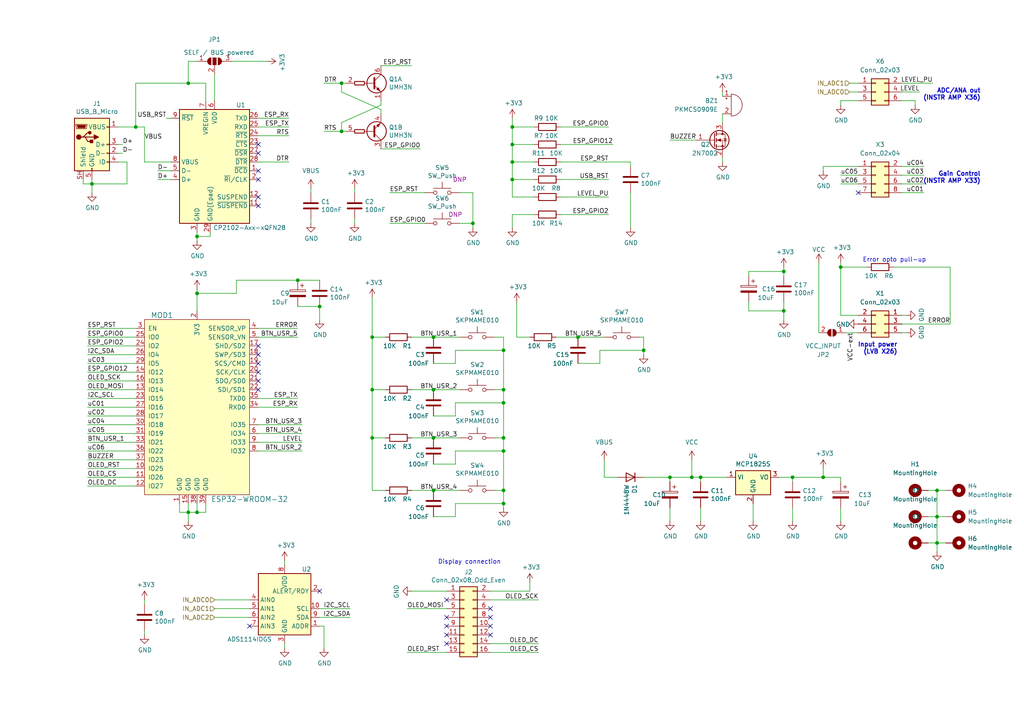
<source format=kicad_sch>
(kicad_sch (version 20211123) (generator eeschema)

  (uuid 60ff6322-62e2-4602-9bc0-7a0f0a5ecfbf)

  (paper "A4")

  

  (junction (at 107.95 97.79) (diameter 0) (color 0 0 0 0)
    (uuid 01640fbc-df19-4731-8c7e-f0206df31cb5)
  )
  (junction (at 86.36 81.28) (diameter 0) (color 0 0 0 0)
    (uuid 03e6a5ac-b562-4a91-acb3-f470adbe1f76)
  )
  (junction (at 271.78 149.86) (diameter 0) (color 0 0 0 0)
    (uuid 06247682-e63b-4f58-9982-8cc5ea0bfa1f)
  )
  (junction (at 167.64 97.79) (diameter 0) (color 0 0 0 0)
    (uuid 0b5e56c2-74b4-4f3b-971b-581bae97c652)
  )
  (junction (at 39.37 36.83) (diameter 0) (color 0 0 0 0)
    (uuid 12a24e86-2c38-4685-bba9-fff8dddb4cb0)
  )
  (junction (at 99.06 38.1) (diameter 0) (color 0 0 0 0)
    (uuid 180245d9-4a3f-4d1b-adcc-b4eafac722e0)
  )
  (junction (at 125.73 113.03) (diameter 0) (color 0 0 0 0)
    (uuid 1bfb1b1a-6079-412b-80ea-f4cc3a263d6f)
  )
  (junction (at 137.16 64.77) (diameter 0) (color 0 0 0 0)
    (uuid 1dfbf353-5b24-4c0f-8322-8fcd514ae75e)
  )
  (junction (at 26.67 53.34) (diameter 0) (color 0 0 0 0)
    (uuid 1f9ae101-c652-4998-a503-17aedf3d5746)
  )
  (junction (at 57.15 68.58) (diameter 0) (color 0 0 0 0)
    (uuid 36d783e7-096f-4c97-9672-7e08c083b87b)
  )
  (junction (at 99.06 24.13) (diameter 0) (color 0 0 0 0)
    (uuid 3c5e5ea9-793d-46e3-86bc-5884c4490dc7)
  )
  (junction (at 146.05 146.05) (diameter 0) (color 0 0 0 0)
    (uuid 3dc7c427-e5f7-45b6-9b78-d44441cb2cd4)
  )
  (junction (at 194.31 138.43) (diameter 0) (color 0 0 0 0)
    (uuid 42bcde0a-dc4d-47fe-b146-1fd3b876c584)
  )
  (junction (at 148.59 46.99) (diameter 0) (color 0 0 0 0)
    (uuid 4a54c707-7b6f-4a3d-a74d-5e3526114aba)
  )
  (junction (at 125.73 97.79) (diameter 0) (color 0 0 0 0)
    (uuid 4f294d48-de66-45bd-83d1-a4f60fb2a0c2)
  )
  (junction (at 243.84 77.47) (diameter 0) (color 0 0 0 0)
    (uuid 4f96ebad-bce0-4a4d-9c4a-24f31509b0a4)
  )
  (junction (at 227.33 90.17) (diameter 0) (color 0 0 0 0)
    (uuid 51ce53c6-1db6-49de-b8fe-efd681a4234a)
  )
  (junction (at 107.95 113.03) (diameter 0) (color 0 0 0 0)
    (uuid 5274bd4d-b3a6-421d-b926-4c46f9470e2f)
  )
  (junction (at 125.73 127) (diameter 0) (color 0 0 0 0)
    (uuid 58909626-c411-403a-969d-1d8865c1219c)
  )
  (junction (at 148.59 41.91) (diameter 0) (color 0 0 0 0)
    (uuid 60b393ef-b4cd-4d0d-b218-8e186321dab6)
  )
  (junction (at 54.61 24.13) (diameter 0) (color 0 0 0 0)
    (uuid 6298b17d-1371-40b7-97c8-a4a373d6325e)
  )
  (junction (at 227.33 78.74) (diameter 0) (color 0 0 0 0)
    (uuid 6671409d-cd16-4f6b-8442-801ad2934e52)
  )
  (junction (at 146.05 113.03) (diameter 0) (color 0 0 0 0)
    (uuid 68fdfae5-8943-4710-ad7d-348d2fdf7b79)
  )
  (junction (at 107.95 127) (diameter 0) (color 0 0 0 0)
    (uuid 7a8aa5f5-7463-41b0-8bf9-cafa61bf226c)
  )
  (junction (at 238.76 138.43) (diameter 0) (color 0 0 0 0)
    (uuid 7bea05d4-1dec-4cd6-aa53-302dde803254)
  )
  (junction (at 146.05 101.6) (diameter 0) (color 0 0 0 0)
    (uuid 7d7abbf0-e990-409b-a27f-6da5185b3886)
  )
  (junction (at 146.05 130.81) (diameter 0) (color 0 0 0 0)
    (uuid 81da9909-9778-4de7-b343-175c9db4675d)
  )
  (junction (at 148.59 36.83) (diameter 0) (color 0 0 0 0)
    (uuid 869d6302-ae22-478f-9723-3feacbb12eef)
  )
  (junction (at 54.61 148.59) (diameter 0) (color 0 0 0 0)
    (uuid 8bdea5f6-7a53-427a-92b8-fd15994c2e8c)
  )
  (junction (at 125.73 142.24) (diameter 0) (color 0 0 0 0)
    (uuid 90e35cda-49cc-4322-a075-051479032de3)
  )
  (junction (at 271.78 157.48) (diameter 0) (color 0 0 0 0)
    (uuid 99cf000f-9d19-4497-bf11-b67743740491)
  )
  (junction (at 146.05 127) (diameter 0) (color 0 0 0 0)
    (uuid 9cb4e056-3d41-4e5d-a5e3-7ea72564f03b)
  )
  (junction (at 186.69 101.6) (diameter 0) (color 0 0 0 0)
    (uuid 9ec0be17-3571-4cfd-83ca-c505602c3be6)
  )
  (junction (at 271.78 142.24) (diameter 0) (color 0 0 0 0)
    (uuid a05a7834-750d-4a18-8304-824742e986e6)
  )
  (junction (at 57.15 85.09) (diameter 0) (color 0 0 0 0)
    (uuid a5aedd37-46af-48af-8ae8-3785e245cc6e)
  )
  (junction (at 146.05 116.84) (diameter 0) (color 0 0 0 0)
    (uuid afa5d714-96d9-47f9-8d38-c592a7b78168)
  )
  (junction (at 148.59 52.07) (diameter 0) (color 0 0 0 0)
    (uuid b0720888-9b0a-494b-b5ed-b5bb634e1032)
  )
  (junction (at 146.05 142.24) (diameter 0) (color 0 0 0 0)
    (uuid b4e922d5-e9ae-4b96-b5bc-025ca63987dd)
  )
  (junction (at 229.87 138.43) (diameter 0) (color 0 0 0 0)
    (uuid de370984-7922-4327-a0ba-7cd613995df4)
  )
  (junction (at 203.2 138.43) (diameter 0) (color 0 0 0 0)
    (uuid e79c8e11-ed47-4701-ae80-a54cdb6682a5)
  )
  (junction (at 92.71 88.9) (diameter 0) (color 0 0 0 0)
    (uuid e94cdb40-163d-405e-b329-171a71a3c93d)
  )
  (junction (at 200.66 138.43) (diameter 0) (color 0 0 0 0)
    (uuid f4a1ab68-998b-43e3-aa33-40b58210bc99)
  )
  (junction (at 57.15 148.59) (diameter 0) (color 0 0 0 0)
    (uuid fa00d3f4-bb71-4b1d-aa40-ae9267e2c41f)
  )

  (no_connect (at 74.93 105.41) (uuid 083becc8-e25d-4206-9636-55457650bbe3))
  (no_connect (at 74.93 110.49) (uuid 10b74ec8-a945-4dff-9e89-049e2aee7861))
  (no_connect (at 74.93 41.91) (uuid 18c61c95-8af1-4986-b67e-c7af9c15ab6b))
  (no_connect (at 92.71 171.45) (uuid 247f29e8-e171-4803-927a-f3834e2cd1f3))
  (no_connect (at 142.24 179.07) (uuid 275b6416-db29-42cc-9307-bf426917c3b4))
  (no_connect (at 129.54 184.15) (uuid 29cbb0bc-f66b-4d11-80e7-5bb270e42496))
  (no_connect (at 142.24 176.53) (uuid 3c22d605-7855-4cc6-8ad2-906cadbd02dc))
  (no_connect (at 74.93 100.33) (uuid 3e3d55c8-e0ea-48fb-8421-a84b7cb7055b))
  (no_connect (at 74.93 44.45) (uuid 4e27930e-1827-4788-aa6b-487321d46602))
  (no_connect (at 74.93 59.69) (uuid 593b8647-0095-46cc-ba23-3cf2a86edb5e))
  (no_connect (at 74.93 57.15) (uuid 60aa0ce8-9d0e-48ca-bbf9-866403979e9b))
  (no_connect (at 74.93 102.87) (uuid 725cdf26-4b92-46db-bca9-10d930002dda))
  (no_connect (at 74.93 113.03) (uuid 79451892-db6b-4999-916d-6392174ee493))
  (no_connect (at 74.93 107.95) (uuid 7acd513a-187b-4936-9f93-2e521ce33ad5))
  (no_connect (at 74.93 49.53) (uuid 8cd050d6-228c-4da0-9533-b4f8d14cfb34))
  (no_connect (at 248.92 55.88) (uuid 8d066af3-56c2-49f2-80c2-5735fd07a0b4))
  (no_connect (at 142.24 181.61) (uuid 91fc5800-6029-46b1-848d-ca0091f97267))
  (no_connect (at 72.39 181.61) (uuid ac22db93-e727-4c57-90ff-022e6d7ff7f5))
  (no_connect (at 142.24 184.15) (uuid bb8162f0-99c8-4884-be5b-c0d0c7e81ff6))
  (no_connect (at 74.93 52.07) (uuid bde95c06-433a-4c03-bc48-e3abcdb4e054))
  (no_connect (at 129.54 179.07) (uuid c2dd13db-24b6-40f1-b75b-b9ab893d92ea))
  (no_connect (at 129.54 186.69) (uuid c401e9c6-1deb-4979-99be-7c801c952098))
  (no_connect (at 129.54 181.61) (uuid d1c19c11-0a13-4237-b6b4-fb2ef1db7c6d))
  (no_connect (at 129.54 173.99) (uuid df83f395-2d18-47e2-a370-952ca41c2b3a))

  (wire (pts (xy 261.62 48.26) (xy 267.97 48.26))
    (stroke (width 0) (type default) (color 0 0 0 0))
    (uuid 015af63e-dc2b-46b1-a32d-c2e3b8f44317)
  )
  (wire (pts (xy 229.87 147.32) (xy 229.87 151.13))
    (stroke (width 0) (type default) (color 0 0 0 0))
    (uuid 015f5586-ba76-4a98-9114-f5cd2c67134d)
  )
  (wire (pts (xy 167.64 97.79) (xy 175.26 97.79))
    (stroke (width 0) (type default) (color 0 0 0 0))
    (uuid 01a662f7-6cc5-4954-978c-538e90239add)
  )
  (wire (pts (xy 54.61 24.13) (xy 59.69 24.13))
    (stroke (width 0) (type default) (color 0 0 0 0))
    (uuid 0499d173-b579-4ab8-bc73-ea8ea6c4c700)
  )
  (wire (pts (xy 227.33 77.47) (xy 227.33 78.74))
    (stroke (width 0) (type default) (color 0 0 0 0))
    (uuid 0599d29b-9b82-4428-9c48-898c91f9af54)
  )
  (wire (pts (xy 217.17 78.74) (xy 217.17 80.01))
    (stroke (width 0) (type default) (color 0 0 0 0))
    (uuid 085f570a-c405-4fb1-9e0d-f6e50f432524)
  )
  (wire (pts (xy 68.58 81.28) (xy 86.36 81.28))
    (stroke (width 0) (type default) (color 0 0 0 0))
    (uuid 0904ac1a-aa6b-4164-8e23-8c17b0562eae)
  )
  (wire (pts (xy 57.15 68.58) (xy 57.15 67.31))
    (stroke (width 0) (type default) (color 0 0 0 0))
    (uuid 0a1a4d88-972a-46ce-b25e-6cb796bd41f7)
  )
  (wire (pts (xy 25.4 105.41) (xy 39.37 105.41))
    (stroke (width 0) (type default) (color 0 0 0 0))
    (uuid 0b9f21ed-3d41-4f23-ae45-74117a5f3153)
  )
  (wire (pts (xy 194.31 40.64) (xy 201.93 40.64))
    (stroke (width 0) (type default) (color 0 0 0 0))
    (uuid 0c254670-36cf-4fe3-ac41-e11e5f09a981)
  )
  (wire (pts (xy 203.2 138.43) (xy 210.82 138.43))
    (stroke (width 0) (type default) (color 0 0 0 0))
    (uuid 0c3c19de-317f-4c9d-8669-87659ab86d50)
  )
  (wire (pts (xy 107.95 113.03) (xy 107.95 127))
    (stroke (width 0) (type default) (color 0 0 0 0))
    (uuid 0dfb012a-26d7-4eba-ab1a-971bf4bc8671)
  )
  (wire (pts (xy 143.51 113.03) (xy 146.05 113.03))
    (stroke (width 0) (type default) (color 0 0 0 0))
    (uuid 10308f4d-322d-4ffc-af46-e623a283ea8b)
  )
  (wire (pts (xy 25.4 120.65) (xy 39.37 120.65))
    (stroke (width 0) (type default) (color 0 0 0 0))
    (uuid 10d8ad0e-6a08-4053-92aa-23a15910fd21)
  )
  (wire (pts (xy 243.84 91.44) (xy 243.84 77.47))
    (stroke (width 0) (type default) (color 0 0 0 0))
    (uuid 1180f33e-f224-4439-92e9-4a12a9c6cc68)
  )
  (wire (pts (xy 200.66 133.35) (xy 200.66 138.43))
    (stroke (width 0) (type default) (color 0 0 0 0))
    (uuid 12fa3c3f-3d14-451a-a6a8-884fd1b32fa7)
  )
  (wire (pts (xy 269.24 149.86) (xy 271.78 149.86))
    (stroke (width 0) (type default) (color 0 0 0 0))
    (uuid 158b10b5-4518-41cb-9154-c9cd6df1188d)
  )
  (wire (pts (xy 148.59 41.91) (xy 148.59 46.99))
    (stroke (width 0) (type default) (color 0 0 0 0))
    (uuid 15b0e923-529b-490e-8ba7-4f74a8e52c69)
  )
  (wire (pts (xy 125.73 127) (xy 133.35 127))
    (stroke (width 0) (type default) (color 0 0 0 0))
    (uuid 16442a35-06e5-486a-a1bf-a53e997d9a0f)
  )
  (wire (pts (xy 167.64 105.41) (xy 173.99 105.41))
    (stroke (width 0) (type default) (color 0 0 0 0))
    (uuid 1886a93c-7bc3-4c8a-8fef-a54a7a25cfa7)
  )
  (wire (pts (xy 62.23 176.53) (xy 72.39 176.53))
    (stroke (width 0) (type default) (color 0 0 0 0))
    (uuid 1a3896dc-e816-4c09-a57f-31e542bbd9ca)
  )
  (wire (pts (xy 186.69 102.87) (xy 186.69 101.6))
    (stroke (width 0) (type default) (color 0 0 0 0))
    (uuid 1aa35546-c260-44fd-916b-fbc941c9479d)
  )
  (wire (pts (xy 54.61 148.59) (xy 57.15 148.59))
    (stroke (width 0) (type default) (color 0 0 0 0))
    (uuid 1cb22080-0f59-4c18-a6e6-8685ef44ec53)
  )
  (wire (pts (xy 86.36 81.28) (xy 92.71 81.28))
    (stroke (width 0) (type default) (color 0 0 0 0))
    (uuid 1e7c4b37-f0dc-41f5-ad4a-34c06ae31b03)
  )
  (wire (pts (xy 100.33 24.13) (xy 99.06 24.13))
    (stroke (width 0) (type default) (color 0 0 0 0))
    (uuid 1fbb0219-551e-409b-a61b-76e8cebdfb9d)
  )
  (wire (pts (xy 68.58 81.28) (xy 68.58 85.09))
    (stroke (width 0) (type default) (color 0 0 0 0))
    (uuid 22236bec-4a4c-474c-8e18-3b9a0d884f03)
  )
  (wire (pts (xy 39.37 135.89) (xy 25.4 135.89))
    (stroke (width 0) (type default) (color 0 0 0 0))
    (uuid 22962957-1efd-404d-83db-5b233b6c15b0)
  )
  (wire (pts (xy 186.69 101.6) (xy 186.69 97.79))
    (stroke (width 0) (type default) (color 0 0 0 0))
    (uuid 2303f0ca-d89c-4397-886c-f4a3ed8b2ac2)
  )
  (wire (pts (xy 137.16 55.88) (xy 133.35 55.88))
    (stroke (width 0) (type default) (color 0 0 0 0))
    (uuid 269f19c3-6824-45a8-be29-fa58d70cbb42)
  )
  (wire (pts (xy 57.15 85.09) (xy 57.15 90.17))
    (stroke (width 0) (type default) (color 0 0 0 0))
    (uuid 27f4f09a-2e91-483d-9d43-b93c61785c52)
  )
  (wire (pts (xy 99.06 24.13) (xy 99.06 26.67))
    (stroke (width 0) (type default) (color 0 0 0 0))
    (uuid 28e37b45-f843-47c2-85c9-ca19f5430ece)
  )
  (wire (pts (xy 60.96 67.31) (xy 60.96 68.58))
    (stroke (width 0) (type default) (color 0 0 0 0))
    (uuid 29bb7297-26fb-4776-9266-2355d022bab0)
  )
  (wire (pts (xy 176.53 62.23) (xy 162.56 62.23))
    (stroke (width 0) (type default) (color 0 0 0 0))
    (uuid 2a1de22d-6451-488d-af77-0bf8841bd695)
  )
  (wire (pts (xy 92.71 88.9) (xy 92.71 92.71))
    (stroke (width 0) (type default) (color 0 0 0 0))
    (uuid 2a8c6d21-0f6f-4df3-b327-4e6eebb495be)
  )
  (wire (pts (xy 227.33 78.74) (xy 227.33 80.01))
    (stroke (width 0) (type default) (color 0 0 0 0))
    (uuid 2bca8664-e4d0-442d-b935-6dde2676186c)
  )
  (wire (pts (xy 217.17 87.63) (xy 217.17 90.17))
    (stroke (width 0) (type default) (color 0 0 0 0))
    (uuid 2c14e7aa-12f1-4138-bea3-66b4d9dff9b8)
  )
  (wire (pts (xy 25.4 123.19) (xy 39.37 123.19))
    (stroke (width 0) (type default) (color 0 0 0 0))
    (uuid 2cd5e95a-c3e2-4861-8cfc-23bebd747c31)
  )
  (wire (pts (xy 25.4 102.87) (xy 39.37 102.87))
    (stroke (width 0) (type default) (color 0 0 0 0))
    (uuid 2ea8fa6f-efc3-40fe-bcf9-05bfa46ead4f)
  )
  (wire (pts (xy 194.31 147.32) (xy 194.31 151.13))
    (stroke (width 0) (type default) (color 0 0 0 0))
    (uuid 2f424da3-8fae-4941-bc6d-20044787372f)
  )
  (wire (pts (xy 119.38 97.79) (xy 125.73 97.79))
    (stroke (width 0) (type default) (color 0 0 0 0))
    (uuid 2fe7c4aa-33bd-46c6-a02e-20bf7cb6875a)
  )
  (wire (pts (xy 62.23 21.59) (xy 62.23 29.21))
    (stroke (width 0) (type default) (color 0 0 0 0))
    (uuid 312cbb32-9571-49f3-9535-4901ee64b620)
  )
  (wire (pts (xy 82.55 186.69) (xy 82.55 187.96))
    (stroke (width 0) (type default) (color 0 0 0 0))
    (uuid 347562f5-b152-4e7b-8a69-40ca6daaaad4)
  )
  (wire (pts (xy 118.11 189.23) (xy 129.54 189.23))
    (stroke (width 0) (type default) (color 0 0 0 0))
    (uuid 355ced6c-c08a-4586-9a09-7a9c624536f6)
  )
  (wire (pts (xy 25.4 107.95) (xy 39.37 107.95))
    (stroke (width 0) (type default) (color 0 0 0 0))
    (uuid 35c6497a-18b9-491f-b131-e4297d8f96ca)
  )
  (wire (pts (xy 243.84 53.34) (xy 248.92 53.34))
    (stroke (width 0) (type default) (color 0 0 0 0))
    (uuid 35cc0305-9260-4d36-af70-8d262cfa0dc2)
  )
  (wire (pts (xy 34.29 46.99) (xy 36.83 46.99))
    (stroke (width 0) (type default) (color 0 0 0 0))
    (uuid 35ef9c4a-35f6-467b-a704-b1d9354880cf)
  )
  (wire (pts (xy 175.26 138.43) (xy 179.07 138.43))
    (stroke (width 0) (type default) (color 0 0 0 0))
    (uuid 36678768-a32e-4813-a9b3-64357dc54baa)
  )
  (wire (pts (xy 137.16 64.77) (xy 137.16 55.88))
    (stroke (width 0) (type default) (color 0 0 0 0))
    (uuid 38cfe839-c630-43d3-a9ec-6a89ba9e318a)
  )
  (wire (pts (xy 74.93 130.81) (xy 87.63 130.81))
    (stroke (width 0) (type default) (color 0 0 0 0))
    (uuid 3b05eff3-6c84-4618-90e0-0afab989aec9)
  )
  (wire (pts (xy 146.05 147.32) (xy 146.05 146.05))
    (stroke (width 0) (type default) (color 0 0 0 0))
    (uuid 3b753257-c6aa-48e2-8fbb-65e172254f49)
  )
  (wire (pts (xy 41.91 36.83) (xy 39.37 36.83))
    (stroke (width 0) (type default) (color 0 0 0 0))
    (uuid 3e0392c0-affc-4114-9de5-1f1cfe79418a)
  )
  (wire (pts (xy 118.11 176.53) (xy 129.54 176.53))
    (stroke (width 0) (type default) (color 0 0 0 0))
    (uuid 3ed2c840-383d-4cbd-bc3b-c4ea4c97b333)
  )
  (wire (pts (xy 146.05 146.05) (xy 146.05 142.24))
    (stroke (width 0) (type default) (color 0 0 0 0))
    (uuid 3ffe6a2d-e3b6-484a-acd4-401a37c287f6)
  )
  (wire (pts (xy 156.21 186.69) (xy 142.24 186.69))
    (stroke (width 0) (type default) (color 0 0 0 0))
    (uuid 4086cbd7-6ba7-4e63-8da9-17e60627ee17)
  )
  (wire (pts (xy 243.84 30.48) (xy 243.84 29.21))
    (stroke (width 0) (type default) (color 0 0 0 0))
    (uuid 41fd0096-953d-49a5-b7b1-c986c610c29b)
  )
  (wire (pts (xy 238.76 135.89) (xy 238.76 138.43))
    (stroke (width 0) (type default) (color 0 0 0 0))
    (uuid 42d3f9d6-2a47-41a8-b942-295fcb83bcd8)
  )
  (wire (pts (xy 162.56 46.99) (xy 182.88 46.99))
    (stroke (width 0) (type default) (color 0 0 0 0))
    (uuid 443bc73a-8dc0-4e2f-a292-a5eff00efa5b)
  )
  (wire (pts (xy 62.23 173.99) (xy 72.39 173.99))
    (stroke (width 0) (type default) (color 0 0 0 0))
    (uuid 4641c87c-bffa-41fe-ae77-be3a97a6f797)
  )
  (wire (pts (xy 243.84 151.13) (xy 243.84 147.32))
    (stroke (width 0) (type default) (color 0 0 0 0))
    (uuid 46cbe85d-ff47-428e-b187-4ebd50a66e0c)
  )
  (wire (pts (xy 25.4 118.11) (xy 39.37 118.11))
    (stroke (width 0) (type default) (color 0 0 0 0))
    (uuid 475ed8b3-90bf-48cd-bce5-d8f48b689541)
  )
  (wire (pts (xy 245.11 96.52) (xy 248.92 96.52))
    (stroke (width 0) (type default) (color 0 0 0 0))
    (uuid 489677ad-184d-4587-96cd-4d590757311e)
  )
  (wire (pts (xy 227.33 90.17) (xy 227.33 92.71))
    (stroke (width 0) (type default) (color 0 0 0 0))
    (uuid 4993a142-e774-4850-854f-e26af5f6153a)
  )
  (wire (pts (xy 107.95 113.03) (xy 111.76 113.03))
    (stroke (width 0) (type default) (color 0 0 0 0))
    (uuid 4a4949c5-b952-4a5d-99cd-15958bb1c0a7)
  )
  (wire (pts (xy 148.59 52.07) (xy 148.59 46.99))
    (stroke (width 0) (type default) (color 0 0 0 0))
    (uuid 4b1fce17-dec7-457e-ba3b-a77604e77dc9)
  )
  (wire (pts (xy 113.03 64.77) (xy 123.19 64.77))
    (stroke (width 0) (type default) (color 0 0 0 0))
    (uuid 4cafb73d-1ad8-4d24-acf7-63d78095ae46)
  )
  (wire (pts (xy 35.56 44.45) (xy 34.29 44.45))
    (stroke (width 0) (type default) (color 0 0 0 0))
    (uuid 4d4fecdd-be4a-47e9-9085-2268d5852d8f)
  )
  (wire (pts (xy 238.76 49.53) (xy 238.76 48.26))
    (stroke (width 0) (type default) (color 0 0 0 0))
    (uuid 4e20d7ba-c629-4b03-a4fa-1c53eed54d3d)
  )
  (wire (pts (xy 125.73 97.79) (xy 133.35 97.79))
    (stroke (width 0) (type default) (color 0 0 0 0))
    (uuid 4ed0a268-7cdd-4a80-9883-cf3ce5a7ce6b)
  )
  (wire (pts (xy 162.56 41.91) (xy 177.8 41.91))
    (stroke (width 0) (type default) (color 0 0 0 0))
    (uuid 4f852024-4528-4c29-b48d-f8741aff91c1)
  )
  (wire (pts (xy 132.08 105.41) (xy 132.08 101.6))
    (stroke (width 0) (type default) (color 0 0 0 0))
    (uuid 4fe2da4e-964c-447f-8a3a-aa5d0297d9fe)
  )
  (wire (pts (xy 57.15 85.09) (xy 68.58 85.09))
    (stroke (width 0) (type default) (color 0 0 0 0))
    (uuid 4fe48c78-c334-4b58-8387-fec141661466)
  )
  (wire (pts (xy 269.24 142.24) (xy 271.78 142.24))
    (stroke (width 0) (type default) (color 0 0 0 0))
    (uuid 507284db-988b-49b4-b378-aaf787319767)
  )
  (wire (pts (xy 218.44 146.05) (xy 218.44 151.13))
    (stroke (width 0) (type default) (color 0 0 0 0))
    (uuid 541721d1-074b-496e-a833-813044b3e8ca)
  )
  (wire (pts (xy 99.06 35.56) (xy 99.06 38.1))
    (stroke (width 0) (type default) (color 0 0 0 0))
    (uuid 54212c01-b363-47b8-a145-45c40df316f4)
  )
  (wire (pts (xy 137.16 66.04) (xy 137.16 64.77))
    (stroke (width 0) (type default) (color 0 0 0 0))
    (uuid 582622a2-fad4-4737-9a80-be9fffbba8ab)
  )
  (wire (pts (xy 133.35 64.77) (xy 137.16 64.77))
    (stroke (width 0) (type default) (color 0 0 0 0))
    (uuid 5889287d-b845-4684-b23e-663811b25d27)
  )
  (wire (pts (xy 74.93 95.25) (xy 86.36 95.25))
    (stroke (width 0) (type default) (color 0 0 0 0))
    (uuid 595be453-f7ae-43a4-98dc-9f4206218d14)
  )
  (wire (pts (xy 26.67 53.34) (xy 26.67 52.07))
    (stroke (width 0) (type default) (color 0 0 0 0))
    (uuid 5c30b9b4-3014-4f50-9329-27a539b67e01)
  )
  (wire (pts (xy 54.61 17.78) (xy 54.61 24.13))
    (stroke (width 0) (type default) (color 0 0 0 0))
    (uuid 5da50ad6-92c3-40ce-9ac7-6537cd607e43)
  )
  (wire (pts (xy 132.08 116.84) (xy 146.05 116.84))
    (stroke (width 0) (type default) (color 0 0 0 0))
    (uuid 5dd9331b-14fc-438b-bcc8-6318b45292c2)
  )
  (wire (pts (xy 25.4 138.43) (xy 39.37 138.43))
    (stroke (width 0) (type default) (color 0 0 0 0))
    (uuid 5f312b85-6822-40a3-b417-2df49696ca2d)
  )
  (wire (pts (xy 57.15 146.05) (xy 57.15 148.59))
    (stroke (width 0) (type default) (color 0 0 0 0))
    (uuid 5ff19d63-2cb4-438b-93c4-e66d37a05329)
  )
  (wire (pts (xy 57.15 148.59) (xy 59.69 148.59))
    (stroke (width 0) (type default) (color 0 0 0 0))
    (uuid 616287d9-a51f-498c-8b91-be46a0aa3a7f)
  )
  (wire (pts (xy 143.51 127) (xy 146.05 127))
    (stroke (width 0) (type default) (color 0 0 0 0))
    (uuid 62c54e83-debd-42e9-b6b0-aaa706a2ff13)
  )
  (wire (pts (xy 182.88 66.04) (xy 182.88 55.88))
    (stroke (width 0) (type default) (color 0 0 0 0))
    (uuid 633292d3-80c5-4986-be82-ce926e9f09f4)
  )
  (wire (pts (xy 59.69 148.59) (xy 59.69 146.05))
    (stroke (width 0) (type default) (color 0 0 0 0))
    (uuid 637f12be-fa48-4ce4-96b2-04c21a8795c8)
  )
  (wire (pts (xy 153.67 171.45) (xy 142.24 171.45))
    (stroke (width 0) (type default) (color 0 0 0 0))
    (uuid 63caf46e-0228-40de-b819-c6bd29dd1711)
  )
  (wire (pts (xy 39.37 24.13) (xy 39.37 36.83))
    (stroke (width 0) (type default) (color 0 0 0 0))
    (uuid 6513181c-0a6a-4560-9a18-17450c36ae2a)
  )
  (wire (pts (xy 146.05 101.6) (xy 146.05 113.03))
    (stroke (width 0) (type default) (color 0 0 0 0))
    (uuid 65388e2e-32ea-41d7-98a2-35744b85e784)
  )
  (wire (pts (xy 146.05 97.79) (xy 143.51 97.79))
    (stroke (width 0) (type default) (color 0 0 0 0))
    (uuid 673897c0-277a-4fdb-9be1-18d140fcfb9c)
  )
  (wire (pts (xy 246.38 24.13) (xy 248.92 24.13))
    (stroke (width 0) (type default) (color 0 0 0 0))
    (uuid 67a63d8e-5e42-4c12-826d-9f0cd0cfb517)
  )
  (wire (pts (xy 186.69 138.43) (xy 194.31 138.43))
    (stroke (width 0) (type default) (color 0 0 0 0))
    (uuid 68925b9d-74cf-4af8-ac09-0b2e07d90db1)
  )
  (wire (pts (xy 243.84 77.47) (xy 243.84 76.2))
    (stroke (width 0) (type default) (color 0 0 0 0))
    (uuid 6898ce2c-c7d0-4991-80fd-1bc9797ec472)
  )
  (wire (pts (xy 125.73 134.62) (xy 132.08 134.62))
    (stroke (width 0) (type default) (color 0 0 0 0))
    (uuid 6899b026-3b64-4037-bed1-640f04ac41d7)
  )
  (wire (pts (xy 175.26 133.35) (xy 175.26 138.43))
    (stroke (width 0) (type default) (color 0 0 0 0))
    (uuid 68aa4259-2640-4681-87b7-defe905bc278)
  )
  (wire (pts (xy 148.59 34.29) (xy 148.59 36.83))
    (stroke (width 0) (type default) (color 0 0 0 0))
    (uuid 691af561-538d-4e8f-a916-26cad45eb7d6)
  )
  (wire (pts (xy 176.53 52.07) (xy 162.56 52.07))
    (stroke (width 0) (type default) (color 0 0 0 0))
    (uuid 6ac3ab53-7523-4805-bfd2-5de19dff127e)
  )
  (wire (pts (xy 146.05 130.81) (xy 146.05 142.24))
    (stroke (width 0) (type default) (color 0 0 0 0))
    (uuid 6d4ab6f9-b483-459e-b7b7-7b2e8fa44480)
  )
  (wire (pts (xy 39.37 97.79) (xy 25.4 97.79))
    (stroke (width 0) (type default) (color 0 0 0 0))
    (uuid 6f580eb1-88cc-489d-a7ca-9efa5e590715)
  )
  (wire (pts (xy 125.73 120.65) (xy 132.08 120.65))
    (stroke (width 0) (type default) (color 0 0 0 0))
    (uuid 6f81f3f4-fc1e-4be8-92d7-32713d46998c)
  )
  (wire (pts (xy 54.61 148.59) (xy 54.61 151.13))
    (stroke (width 0) (type default) (color 0 0 0 0))
    (uuid 701e1517-e8cf-46f4-b538-98e721c97380)
  )
  (wire (pts (xy 92.71 181.61) (xy 93.98 181.61))
    (stroke (width 0) (type default) (color 0 0 0 0))
    (uuid 70d34adf-9bd8-469e-8c77-5c0d7adf511e)
  )
  (wire (pts (xy 49.53 52.07) (xy 45.72 52.07))
    (stroke (width 0) (type default) (color 0 0 0 0))
    (uuid 71c6e723-673c-45a9-a0e4-9742220c52a3)
  )
  (wire (pts (xy 119.38 171.45) (xy 129.54 171.45))
    (stroke (width 0) (type default) (color 0 0 0 0))
    (uuid 7233cb6b-d8fd-4fcd-9b4f-8b0ed19b1b12)
  )
  (wire (pts (xy 209.55 33.02) (xy 209.55 35.56))
    (stroke (width 0) (type default) (color 0 0 0 0))
    (uuid 73abb1c8-dae6-4fcd-9035-3cd634208c53)
  )
  (wire (pts (xy 41.91 184.15) (xy 41.91 182.88))
    (stroke (width 0) (type default) (color 0 0 0 0))
    (uuid 73fbe87f-3928-49c2-bf87-839d907c6aef)
  )
  (wire (pts (xy 261.62 93.98) (xy 275.59 93.98))
    (stroke (width 0) (type default) (color 0 0 0 0))
    (uuid 747a6a4c-4641-4b0c-9c0e-f5fe21c8d40b)
  )
  (wire (pts (xy 237.49 76.2) (xy 237.49 96.52))
    (stroke (width 0) (type default) (color 0 0 0 0))
    (uuid 74bb6dcf-0765-4cd7-be56-d63c5caf22b6)
  )
  (wire (pts (xy 86.36 118.11) (xy 74.93 118.11))
    (stroke (width 0) (type default) (color 0 0 0 0))
    (uuid 76afa8e0-9b3a-439d-843c-ad039d3b6354)
  )
  (wire (pts (xy 39.37 24.13) (xy 54.61 24.13))
    (stroke (width 0) (type default) (color 0 0 0 0))
    (uuid 7a4c9148-cc21-409c-a0e4-84d9c4ff88c0)
  )
  (wire (pts (xy 83.82 34.29) (xy 74.93 34.29))
    (stroke (width 0) (type default) (color 0 0 0 0))
    (uuid 7a74c4b1-6243-4a12-85a2-bc41d346e7aa)
  )
  (wire (pts (xy 271.78 149.86) (xy 274.32 149.86))
    (stroke (width 0) (type default) (color 0 0 0 0))
    (uuid 7b2bd544-5fe1-4aa3-bb1a-bc78194a3769)
  )
  (wire (pts (xy 25.4 110.49) (xy 39.37 110.49))
    (stroke (width 0) (type default) (color 0 0 0 0))
    (uuid 7b766787-7689-40b8-9ef5-c0b1af45a9ae)
  )
  (wire (pts (xy 269.24 157.48) (xy 271.78 157.48))
    (stroke (width 0) (type default) (color 0 0 0 0))
    (uuid 7bf45091-9dc2-4d0e-ad54-9469dcd93e24)
  )
  (wire (pts (xy 110.49 29.21) (xy 110.49 30.48))
    (stroke (width 0) (type default) (color 0 0 0 0))
    (uuid 7bfba61b-6752-4a45-9ee6-5984dcb15041)
  )
  (wire (pts (xy 25.4 130.81) (xy 39.37 130.81))
    (stroke (width 0) (type default) (color 0 0 0 0))
    (uuid 7c3789d2-16d5-44bc-866d-b664353827d4)
  )
  (wire (pts (xy 148.59 36.83) (xy 154.94 36.83))
    (stroke (width 0) (type default) (color 0 0 0 0))
    (uuid 7ce7415d-7c22-49f6-8215-488853ccc8c6)
  )
  (wire (pts (xy 83.82 39.37) (xy 74.93 39.37))
    (stroke (width 0) (type default) (color 0 0 0 0))
    (uuid 7d76d925-f900-42af-a03f-bb32d2381b09)
  )
  (wire (pts (xy 132.08 120.65) (xy 132.08 116.84))
    (stroke (width 0) (type default) (color 0 0 0 0))
    (uuid 7efd7141-906b-4fe6-aaef-96cb49e701cc)
  )
  (wire (pts (xy 92.71 176.53) (xy 101.6 176.53))
    (stroke (width 0) (type default) (color 0 0 0 0))
    (uuid 7f9683c1-2203-43df-8fa1-719a0dc360df)
  )
  (wire (pts (xy 35.56 41.91) (xy 34.29 41.91))
    (stroke (width 0) (type default) (color 0 0 0 0))
    (uuid 8458d41c-5d62-455d-b6e1-9f718c0faac9)
  )
  (wire (pts (xy 146.05 116.84) (xy 146.05 127))
    (stroke (width 0) (type default) (color 0 0 0 0))
    (uuid 859bdde2-aade-4f27-b25e-30e0efbe49ff)
  )
  (wire (pts (xy 99.06 26.67) (xy 110.49 31.75))
    (stroke (width 0) (type default) (color 0 0 0 0))
    (uuid 88610282-a92d-4c3d-917a-ea95d59e0759)
  )
  (wire (pts (xy 24.13 52.07) (xy 24.13 53.34))
    (stroke (width 0) (type default) (color 0 0 0 0))
    (uuid 88cb65f4-7e9e-44eb-8692-3b6e2e788a94)
  )
  (wire (pts (xy 107.95 86.36) (xy 107.95 97.79))
    (stroke (width 0) (type default) (color 0 0 0 0))
    (uuid 88f27ee3-c89c-40d1-b8eb-c5f74feeffa4)
  )
  (wire (pts (xy 265.43 30.48) (xy 265.43 29.21))
    (stroke (width 0) (type default) (color 0 0 0 0))
    (uuid 8aad3d29-2740-4fa0-b6af-1a1329d465f6)
  )
  (wire (pts (xy 153.67 168.91) (xy 153.67 171.45))
    (stroke (width 0) (type default) (color 0 0 0 0))
    (uuid 8aff0f38-92a8-45ec-b106-b185e93ca3fd)
  )
  (wire (pts (xy 57.15 83.82) (xy 57.15 85.09))
    (stroke (width 0) (type default) (color 0 0 0 0))
    (uuid 8b7bbefd-8f78-41f8-809c-2534a5de3b39)
  )
  (wire (pts (xy 107.95 97.79) (xy 107.95 113.03))
    (stroke (width 0) (type default) (color 0 0 0 0))
    (uuid 8dae6da0-3ed8-49b1-b05d-de10f136f162)
  )
  (wire (pts (xy 209.55 26.67) (xy 209.55 27.94))
    (stroke (width 0) (type default) (color 0 0 0 0))
    (uuid 8ee96512-3f68-4bae-801d-8d5a52f9e457)
  )
  (wire (pts (xy 161.29 97.79) (xy 167.64 97.79))
    (stroke (width 0) (type default) (color 0 0 0 0))
    (uuid 901aa07d-6cfe-4a24-bca8-c21fbb117c43)
  )
  (wire (pts (xy 227.33 87.63) (xy 227.33 90.17))
    (stroke (width 0) (type default) (color 0 0 0 0))
    (uuid 9145d79d-9e96-4713-96c4-d2ce315674c6)
  )
  (wire (pts (xy 148.59 57.15) (xy 154.94 57.15))
    (stroke (width 0) (type default) (color 0 0 0 0))
    (uuid 91c5fd05-0f35-4f45-9e22-190c715a42fa)
  )
  (wire (pts (xy 119.38 19.05) (xy 110.49 19.05))
    (stroke (width 0) (type default) (color 0 0 0 0))
    (uuid 92035a88-6c95-4a61-bd8a-cb8dd9e5018a)
  )
  (wire (pts (xy 261.62 29.21) (xy 265.43 29.21))
    (stroke (width 0) (type default) (color 0 0 0 0))
    (uuid 92cbddca-47cc-432e-84d9-921c2a617f95)
  )
  (wire (pts (xy 217.17 90.17) (xy 227.33 90.17))
    (stroke (width 0) (type default) (color 0 0 0 0))
    (uuid 94437452-056d-4f3f-bfbe-9eaf41c9f059)
  )
  (wire (pts (xy 86.36 115.57) (xy 74.93 115.57))
    (stroke (width 0) (type default) (color 0 0 0 0))
    (uuid 946404ba-9297-43ec-9d67-30184041145f)
  )
  (wire (pts (xy 271.78 157.48) (xy 274.32 157.48))
    (stroke (width 0) (type default) (color 0 0 0 0))
    (uuid 94909248-3fad-4ce1-8127-29c7227c74f9)
  )
  (wire (pts (xy 25.4 115.57) (xy 39.37 115.57))
    (stroke (width 0) (type default) (color 0 0 0 0))
    (uuid 9529c01f-e1cd-40be-b7f0-83780a544249)
  )
  (wire (pts (xy 102.87 54.61) (xy 102.87 55.88))
    (stroke (width 0) (type default) (color 0 0 0 0))
    (uuid 955cc99e-a129-42cf-abc7-aa99813fdb5f)
  )
  (wire (pts (xy 74.93 97.79) (xy 86.36 97.79))
    (stroke (width 0) (type default) (color 0 0 0 0))
    (uuid 967fc0bc-597e-401a-8ec4-8208a7728694)
  )
  (wire (pts (xy 132.08 134.62) (xy 132.08 130.81))
    (stroke (width 0) (type default) (color 0 0 0 0))
    (uuid 96adee0c-9b19-4da3-8aa4-1495eac0131b)
  )
  (wire (pts (xy 238.76 48.26) (xy 248.92 48.26))
    (stroke (width 0) (type default) (color 0 0 0 0))
    (uuid 973193ec-8f37-49e2-8624-764e3d728c0c)
  )
  (wire (pts (xy 125.73 149.86) (xy 132.08 149.86))
    (stroke (width 0) (type default) (color 0 0 0 0))
    (uuid 973e2a42-89e8-4f6b-8a85-136ec32ee787)
  )
  (wire (pts (xy 54.61 17.78) (xy 57.15 17.78))
    (stroke (width 0) (type default) (color 0 0 0 0))
    (uuid 9782ef92-ead2-4e46-b14d-da048e48b7dd)
  )
  (wire (pts (xy 110.49 31.75) (xy 110.49 33.02))
    (stroke (width 0) (type default) (color 0 0 0 0))
    (uuid 98914cc3-56fe-40bb-820a-3d157225c145)
  )
  (wire (pts (xy 87.63 128.27) (xy 74.93 128.27))
    (stroke (width 0) (type default) (color 0 0 0 0))
    (uuid 99186658-0361-40ba-ae93-62f23c5622e6)
  )
  (wire (pts (xy 100.33 38.1) (xy 99.06 38.1))
    (stroke (width 0) (type default) (color 0 0 0 0))
    (uuid 99332785-d9f1-4363-9377-26ddc18e6d2c)
  )
  (wire (pts (xy 110.49 30.48) (xy 99.06 35.56))
    (stroke (width 0) (type default) (color 0 0 0 0))
    (uuid 99dfa524-0366-4808-b4e8-328fc38e8656)
  )
  (wire (pts (xy 148.59 57.15) (xy 148.59 52.07))
    (stroke (width 0) (type default) (color 0 0 0 0))
    (uuid 9a31fc37-8908-41af-be46-b67258512f21)
  )
  (wire (pts (xy 243.84 29.21) (xy 248.92 29.21))
    (stroke (width 0) (type default) (color 0 0 0 0))
    (uuid 9b6994e6-c40e-498d-ac9f-887afe9ad4a8)
  )
  (wire (pts (xy 99.06 24.13) (xy 93.98 24.13))
    (stroke (width 0) (type default) (color 0 0 0 0))
    (uuid 9dcdc92b-2219-4a4a-8954-45f02cc3ab25)
  )
  (wire (pts (xy 271.78 142.24) (xy 271.78 149.86))
    (stroke (width 0) (type default) (color 0 0 0 0))
    (uuid 9f792bb0-4ce8-4ef6-b3c5-49aa1bcfd23b)
  )
  (wire (pts (xy 185.42 97.79) (xy 186.69 97.79))
    (stroke (width 0) (type default) (color 0 0 0 0))
    (uuid a078bdaf-7ad4-4663-aaa6-7ef9460f6c57)
  )
  (wire (pts (xy 271.78 157.48) (xy 271.78 160.02))
    (stroke (width 0) (type default) (color 0 0 0 0))
    (uuid a26ecf8d-5199-4a2f-b088-cc87a53cc5b7)
  )
  (wire (pts (xy 143.51 142.24) (xy 146.05 142.24))
    (stroke (width 0) (type default) (color 0 0 0 0))
    (uuid a44cdec3-db25-4afd-a8ae-a736db47a9ab)
  )
  (wire (pts (xy 238.76 138.43) (xy 243.84 138.43))
    (stroke (width 0) (type default) (color 0 0 0 0))
    (uuid a5362821-c161-4c7a-a00c-40e1d7472d56)
  )
  (wire (pts (xy 54.61 146.05) (xy 54.61 148.59))
    (stroke (width 0) (type default) (color 0 0 0 0))
    (uuid a599509f-fbb9-4db4-9adf-9e96bab1138d)
  )
  (wire (pts (xy 82.55 162.56) (xy 82.55 163.83))
    (stroke (width 0) (type default) (color 0 0 0 0))
    (uuid a64aeb89-c24a-493b-9aab-87a6be930bde)
  )
  (wire (pts (xy 261.62 26.67) (xy 266.7 26.67))
    (stroke (width 0) (type default) (color 0 0 0 0))
    (uuid a6c90766-c5b7-4475-93b4-c1810fa2a1fb)
  )
  (wire (pts (xy 39.37 100.33) (xy 25.4 100.33))
    (stroke (width 0) (type default) (color 0 0 0 0))
    (uuid a76a574b-1cac-43eb-81e6-0e2e278cea39)
  )
  (wire (pts (xy 86.36 88.9) (xy 92.71 88.9))
    (stroke (width 0) (type default) (color 0 0 0 0))
    (uuid a7b5511b-61ec-459a-8110-aca80e1a7bae)
  )
  (wire (pts (xy 36.83 53.34) (xy 26.67 53.34))
    (stroke (width 0) (type default) (color 0 0 0 0))
    (uuid a7f25f41-0b4c-4430-b6cd-b2160b2db099)
  )
  (wire (pts (xy 156.21 173.99) (xy 142.24 173.99))
    (stroke (width 0) (type default) (color 0 0 0 0))
    (uuid a7fc0812-140f-4d96-9cd8-ead8c1c610b1)
  )
  (wire (pts (xy 227.33 78.74) (xy 217.17 78.74))
    (stroke (width 0) (type default) (color 0 0 0 0))
    (uuid a7fdef50-08c5-46b0-af04-edaff218e6d7)
  )
  (wire (pts (xy 25.4 128.27) (xy 39.37 128.27))
    (stroke (width 0) (type default) (color 0 0 0 0))
    (uuid a8895680-35f2-4d63-8411-7d3e53eea38c)
  )
  (wire (pts (xy 125.73 142.24) (xy 133.35 142.24))
    (stroke (width 0) (type default) (color 0 0 0 0))
    (uuid a92b273a-9d1e-4ec1-9b4f-75f4223ef71c)
  )
  (wire (pts (xy 203.2 138.43) (xy 200.66 138.43))
    (stroke (width 0) (type default) (color 0 0 0 0))
    (uuid aa047297-22f8-4de0-a969-0b3451b8e164)
  )
  (wire (pts (xy 48.26 34.29) (xy 49.53 34.29))
    (stroke (width 0) (type default) (color 0 0 0 0))
    (uuid aa1c6f47-cbd4-4cbd-8265-e5ac08b7ffc8)
  )
  (wire (pts (xy 203.2 139.7) (xy 203.2 138.43))
    (stroke (width 0) (type default) (color 0 0 0 0))
    (uuid ab8b0540-9c9f-4195-88f5-7bed0b0a8ed6)
  )
  (wire (pts (xy 119.38 127) (xy 125.73 127))
    (stroke (width 0) (type default) (color 0 0 0 0))
    (uuid abfb1de5-d0bd-428b-bcb8-a663cdb38afb)
  )
  (wire (pts (xy 271.78 142.24) (xy 274.32 142.24))
    (stroke (width 0) (type default) (color 0 0 0 0))
    (uuid ad447990-ceaf-4223-9235-c1212b591979)
  )
  (wire (pts (xy 25.4 133.35) (xy 39.37 133.35))
    (stroke (width 0) (type default) (color 0 0 0 0))
    (uuid af186015-d283-4209-aade-a247e5de01df)
  )
  (wire (pts (xy 119.38 113.03) (xy 125.73 113.03))
    (stroke (width 0) (type default) (color 0 0 0 0))
    (uuid af5e760d-76de-426f-819c-4955a7241bd1)
  )
  (wire (pts (xy 229.87 138.43) (xy 238.76 138.43))
    (stroke (width 0) (type default) (color 0 0 0 0))
    (uuid b0b4c3cb-e7ea-49c0-8162-be3bbab3e4ec)
  )
  (wire (pts (xy 39.37 95.25) (xy 25.4 95.25))
    (stroke (width 0) (type default) (color 0 0 0 0))
    (uuid b13e8448-bf35-4ec0-9c70-3f2250718cc2)
  )
  (wire (pts (xy 90.17 54.61) (xy 90.17 55.88))
    (stroke (width 0) (type default) (color 0 0 0 0))
    (uuid b284f609-dc7e-49cd-a56e-df0cd19c4a61)
  )
  (wire (pts (xy 41.91 36.83) (xy 41.91 46.99))
    (stroke (width 0) (type default) (color 0 0 0 0))
    (uuid b4833916-7a3e-4498-86fb-ec6d13262ffe)
  )
  (wire (pts (xy 261.62 96.52) (xy 262.89 96.52))
    (stroke (width 0) (type default) (color 0 0 0 0))
    (uuid b5ca430a-e13d-4d7d-be71-0ff638b3b46d)
  )
  (wire (pts (xy 243.84 138.43) (xy 243.84 139.7))
    (stroke (width 0) (type default) (color 0 0 0 0))
    (uuid b794d099-f823-4d35-9755-ca1c45247ee9)
  )
  (wire (pts (xy 194.31 138.43) (xy 194.31 139.7))
    (stroke (width 0) (type default) (color 0 0 0 0))
    (uuid b7d06af4-a5b1-447f-9b1a-8b44eb1cc204)
  )
  (wire (pts (xy 36.83 46.99) (xy 36.83 53.34))
    (stroke (width 0) (type default) (color 0 0 0 0))
    (uuid b8b961e9-8a60-45fc-999a-a7a3baff4e0d)
  )
  (wire (pts (xy 39.37 140.97) (xy 25.4 140.97))
    (stroke (width 0) (type default) (color 0 0 0 0))
    (uuid bd085057-7c0e-463a-982b-968a2dc1f0f8)
  )
  (wire (pts (xy 275.59 77.47) (xy 259.08 77.47))
    (stroke (width 0) (type default) (color 0 0 0 0))
    (uuid bd19905a-c686-45c9-a5c3-1a26b1b34b21)
  )
  (wire (pts (xy 25.4 125.73) (xy 39.37 125.73))
    (stroke (width 0) (type default) (color 0 0 0 0))
    (uuid bd2d50c7-611d-4b1c-b23d-4699a6fd4f08)
  )
  (wire (pts (xy 132.08 101.6) (xy 146.05 101.6))
    (stroke (width 0) (type default) (color 0 0 0 0))
    (uuid bda69d40-0583-4572-8bf6-8d3c9ce5fd61)
  )
  (wire (pts (xy 173.99 105.41) (xy 173.99 101.6))
    (stroke (width 0) (type default) (color 0 0 0 0))
    (uuid be0ad481-40c5-4e96-a8af-132bf1c3b0d5)
  )
  (wire (pts (xy 123.19 55.88) (xy 113.03 55.88))
    (stroke (width 0) (type default) (color 0 0 0 0))
    (uuid be4b72db-0e02-4d9b-844a-aff689b4e648)
  )
  (wire (pts (xy 162.56 57.15) (xy 176.53 57.15))
    (stroke (width 0) (type default) (color 0 0 0 0))
    (uuid bf6aa18c-14e8-45af-9518-7efe1ac8851a)
  )
  (wire (pts (xy 148.59 36.83) (xy 148.59 41.91))
    (stroke (width 0) (type default) (color 0 0 0 0))
    (uuid c1bac86f-cbf6-4c5b-b60d-c26fa73d9c09)
  )
  (wire (pts (xy 261.62 53.34) (xy 267.97 53.34))
    (stroke (width 0) (type default) (color 0 0 0 0))
    (uuid c71e3f9a-34b4-468b-aa9d-043c2a044b2b)
  )
  (wire (pts (xy 121.92 43.18) (xy 110.49 43.18))
    (stroke (width 0) (type default) (color 0 0 0 0))
    (uuid c8b6b273-3d20-4a46-8069-f6d608563604)
  )
  (wire (pts (xy 173.99 101.6) (xy 186.69 101.6))
    (stroke (width 0) (type default) (color 0 0 0 0))
    (uuid c8e61f9d-88c3-473c-b8d0-563725f7ae15)
  )
  (wire (pts (xy 275.59 93.98) (xy 275.59 77.47))
    (stroke (width 0) (type default) (color 0 0 0 0))
    (uuid c94ad1b3-7b2b-4997-af2b-4d21d16a3344)
  )
  (wire (pts (xy 132.08 130.81) (xy 146.05 130.81))
    (stroke (width 0) (type default) (color 0 0 0 0))
    (uuid c9d19072-5224-4dbc-b6fc-aa87fa250bf6)
  )
  (wire (pts (xy 246.38 26.67) (xy 248.92 26.67))
    (stroke (width 0) (type default) (color 0 0 0 0))
    (uuid ca6cf766-397d-4c7d-bcf2-35d009e27539)
  )
  (wire (pts (xy 107.95 127) (xy 111.76 127))
    (stroke (width 0) (type default) (color 0 0 0 0))
    (uuid ca870bee-a3e3-46f6-bbdf-4e5eec62a3a4)
  )
  (wire (pts (xy 93.98 181.61) (xy 93.98 187.96))
    (stroke (width 0) (type default) (color 0 0 0 0))
    (uuid cb083d38-4f11-4a80-8b19-ab751c405e4a)
  )
  (wire (pts (xy 60.96 68.58) (xy 57.15 68.58))
    (stroke (width 0) (type default) (color 0 0 0 0))
    (uuid cb6062da-8dcd-4826-92fd-4071e9e97213)
  )
  (wire (pts (xy 52.07 146.05) (xy 52.07 148.59))
    (stroke (width 0) (type default) (color 0 0 0 0))
    (uuid cbebc05a-c4dd-4baf-8c08-196e84e08b27)
  )
  (wire (pts (xy 41.91 46.99) (xy 49.53 46.99))
    (stroke (width 0) (type default) (color 0 0 0 0))
    (uuid cc48dd41-7768-48d3-b096-2c4cc2126c9d)
  )
  (wire (pts (xy 261.62 50.8) (xy 267.97 50.8))
    (stroke (width 0) (type default) (color 0 0 0 0))
    (uuid ce20a56b-3504-4bfc-bbf1-cd076f8d7ec4)
  )
  (wire (pts (xy 132.08 149.86) (xy 132.08 146.05))
    (stroke (width 0) (type default) (color 0 0 0 0))
    (uuid cedfb0d8-0e1d-44e0-bf51-3a997c386416)
  )
  (wire (pts (xy 90.17 64.77) (xy 90.17 63.5))
    (stroke (width 0) (type default) (color 0 0 0 0))
    (uuid cf815d51-c956-4c5a-adde-c373cb025b07)
  )
  (wire (pts (xy 203.2 147.32) (xy 203.2 151.13))
    (stroke (width 0) (type default) (color 0 0 0 0))
    (uuid d05faa1f-5f69-41bf-86d3-2cd224432e1b)
  )
  (wire (pts (xy 74.93 123.19) (xy 87.63 123.19))
    (stroke (width 0) (type default) (color 0 0 0 0))
    (uuid d08fd13f-c408-4e07-9227-7522c6d194c6)
  )
  (wire (pts (xy 156.21 189.23) (xy 142.24 189.23))
    (stroke (width 0) (type default) (color 0 0 0 0))
    (uuid d1cd5391-31d2-459f-8adb-4ae3f304a833)
  )
  (wire (pts (xy 149.86 87.63) (xy 149.86 97.79))
    (stroke (width 0) (type default) (color 0 0 0 0))
    (uuid d2389119-bcaa-41f0-ab35-6e53b3c8f60b)
  )
  (wire (pts (xy 146.05 113.03) (xy 146.05 116.84))
    (stroke (width 0) (type default) (color 0 0 0 0))
    (uuid d2b3e86c-a168-4b9e-b4da-74a05b5661cb)
  )
  (wire (pts (xy 146.05 97.79) (xy 146.05 101.6))
    (stroke (width 0) (type default) (color 0 0 0 0))
    (uuid d34243d2-838c-4657-8d81-1ea81850238f)
  )
  (wire (pts (xy 125.73 105.41) (xy 132.08 105.41))
    (stroke (width 0) (type default) (color 0 0 0 0))
    (uuid d3f25603-fa42-4d77-bf3c-eacea8b3b61e)
  )
  (wire (pts (xy 154.94 52.07) (xy 148.59 52.07))
    (stroke (width 0) (type default) (color 0 0 0 0))
    (uuid d66d3c12-11ce-4566-9a45-962e329503d8)
  )
  (wire (pts (xy 154.94 62.23) (xy 148.59 62.23))
    (stroke (width 0) (type default) (color 0 0 0 0))
    (uuid d7e5a060-eb57-4238-9312-26bc885fc97d)
  )
  (wire (pts (xy 176.53 36.83) (xy 162.56 36.83))
    (stroke (width 0) (type default) (color 0 0 0 0))
    (uuid da6f4122-0ecc-496f-b0fd-e4abef534976)
  )
  (wire (pts (xy 92.71 179.07) (xy 101.6 179.07))
    (stroke (width 0) (type default) (color 0 0 0 0))
    (uuid dc1d84c8-33da-4489-be8e-2a1de3001779)
  )
  (wire (pts (xy 102.87 64.77) (xy 102.87 63.5))
    (stroke (width 0) (type default) (color 0 0 0 0))
    (uuid dca1d7db-c913-4d73-a2cc-fdc9651eda69)
  )
  (wire (pts (xy 243.84 77.47) (xy 251.46 77.47))
    (stroke (width 0) (type default) (color 0 0 0 0))
    (uuid dcc860e8-90e2-456f-8b51-ac2ae1569a34)
  )
  (wire (pts (xy 41.91 173.99) (xy 41.91 175.26))
    (stroke (width 0) (type default) (color 0 0 0 0))
    (uuid dd334895-c8ff-4719-bac4-c0b289bb5899)
  )
  (wire (pts (xy 107.95 97.79) (xy 111.76 97.79))
    (stroke (width 0) (type default) (color 0 0 0 0))
    (uuid dd60adf4-8c2a-45e9-a71d-d51785824df5)
  )
  (wire (pts (xy 271.78 149.86) (xy 271.78 157.48))
    (stroke (width 0) (type default) (color 0 0 0 0))
    (uuid dd9cbeb2-c48c-47e3-b40e-fe2c60b95cdd)
  )
  (wire (pts (xy 39.37 113.03) (xy 25.4 113.03))
    (stroke (width 0) (type default) (color 0 0 0 0))
    (uuid df2a6036-7274-4398-9365-148b6ddab90d)
  )
  (wire (pts (xy 226.06 138.43) (xy 229.87 138.43))
    (stroke (width 0) (type default) (color 0 0 0 0))
    (uuid df3dc9a2-ba40-4c3a-87fe-61cc8e23d71b)
  )
  (wire (pts (xy 107.95 142.24) (xy 111.76 142.24))
    (stroke (width 0) (type default) (color 0 0 0 0))
    (uuid df6ae1db-8737-479d-983f-d15b6f8c104e)
  )
  (wire (pts (xy 45.72 49.53) (xy 49.53 49.53))
    (stroke (width 0) (type default) (color 0 0 0 0))
    (uuid e091e263-c616-48ef-a460-465c70218987)
  )
  (wire (pts (xy 74.93 125.73) (xy 87.63 125.73))
    (stroke (width 0) (type default) (color 0 0 0 0))
    (uuid e0f8a8b3-01a5-4653-9a26-a797ba54f127)
  )
  (wire (pts (xy 148.59 41.91) (xy 154.94 41.91))
    (stroke (width 0) (type default) (color 0 0 0 0))
    (uuid e1065dd6-51a6-427f-ad1e-b52bfd33cd3b)
  )
  (wire (pts (xy 154.94 46.99) (xy 148.59 46.99))
    (stroke (width 0) (type default) (color 0 0 0 0))
    (uuid e1b88aa4-d887-4eea-83ff-5c009f4390c4)
  )
  (wire (pts (xy 119.38 142.24) (xy 125.73 142.24))
    (stroke (width 0) (type default) (color 0 0 0 0))
    (uuid e255923d-d537-44d8-8e90-1f9f919c0762)
  )
  (wire (pts (xy 24.13 53.34) (xy 26.67 53.34))
    (stroke (width 0) (type default) (color 0 0 0 0))
    (uuid e5b328f6-dc69-4905-ae98-2dc3200a51d6)
  )
  (wire (pts (xy 132.08 146.05) (xy 146.05 146.05))
    (stroke (width 0) (type default) (color 0 0 0 0))
    (uuid e6852cd4-490c-4316-a097-f73a975e9cf6)
  )
  (wire (pts (xy 200.66 138.43) (xy 194.31 138.43))
    (stroke (width 0) (type default) (color 0 0 0 0))
    (uuid e76ec524-408a-4daa-89f6-0edfdbcfb621)
  )
  (wire (pts (xy 229.87 138.43) (xy 229.87 139.7))
    (stroke (width 0) (type default) (color 0 0 0 0))
    (uuid e87a6f80-914f-4f62-9c9f-9ba62a88ee3d)
  )
  (wire (pts (xy 182.88 48.26) (xy 182.88 46.99))
    (stroke (width 0) (type default) (color 0 0 0 0))
    (uuid eac8d865-0226-4958-b547-6b5592f39713)
  )
  (wire (pts (xy 57.15 69.85) (xy 57.15 68.58))
    (stroke (width 0) (type default) (color 0 0 0 0))
    (uuid eb8d02e9-145c-465d-b6a8-bae84d47a94b)
  )
  (wire (pts (xy 261.62 55.88) (xy 267.97 55.88))
    (stroke (width 0) (type default) (color 0 0 0 0))
    (uuid eb8e0f98-93ea-432d-be13-5cfbd108721d)
  )
  (wire (pts (xy 261.62 24.13) (xy 270.51 24.13))
    (stroke (width 0) (type default) (color 0 0 0 0))
    (uuid ebfae705-98bc-48e8-949b-e23067f99f06)
  )
  (wire (pts (xy 125.73 113.03) (xy 133.35 113.03))
    (stroke (width 0) (type default) (color 0 0 0 0))
    (uuid ed30588e-09d1-4b51-9a3b-925acd62bd56)
  )
  (wire (pts (xy 83.82 46.99) (xy 74.93 46.99))
    (stroke (width 0) (type default) (color 0 0 0 0))
    (uuid ed8a7f02-cf05-41d0-97b4-4388ef205e73)
  )
  (wire (pts (xy 149.86 97.79) (xy 153.67 97.79))
    (stroke (width 0) (type default) (color 0 0 0 0))
    (uuid ee0671bb-ed39-46fd-be29-4e8b62f0e3a7)
  )
  (wire (pts (xy 248.92 91.44) (xy 243.84 91.44))
    (stroke (width 0) (type default) (color 0 0 0 0))
    (uuid eeee06f1-b1d6-4a0a-9afb-bc6f990265ed)
  )
  (wire (pts (xy 261.62 91.44) (xy 262.89 91.44))
    (stroke (width 0) (type default) (color 0 0 0 0))
    (uuid efbd3197-cbc9-408a-a2b5-e8292a952aae)
  )
  (wire (pts (xy 243.84 50.8) (xy 248.92 50.8))
    (stroke (width 0) (type default) (color 0 0 0 0))
    (uuid f13ed0e3-bcc2-442c-acf9-ffb4781e6a28)
  )
  (wire (pts (xy 148.59 66.04) (xy 148.59 62.23))
    (stroke (width 0) (type default) (color 0 0 0 0))
    (uuid f19c9655-8ddb-411a-96dd-bd986870c3c6)
  )
  (wire (pts (xy 83.82 36.83) (xy 74.93 36.83))
    (stroke (width 0) (type default) (color 0 0 0 0))
    (uuid f1e619ac-5067-41df-8384-776ec70a6093)
  )
  (wire (pts (xy 67.31 17.78) (xy 77.47 17.78))
    (stroke (width 0) (type default) (color 0 0 0 0))
    (uuid f2395e7d-13bb-4216-b296-b3485535b653)
  )
  (wire (pts (xy 39.37 36.83) (xy 34.29 36.83))
    (stroke (width 0) (type default) (color 0 0 0 0))
    (uuid f357ddb5-3f44-43b0-b00d-d64f5c62ba4a)
  )
  (wire (pts (xy 107.95 127) (xy 107.95 142.24))
    (stroke (width 0) (type default) (color 0 0 0 0))
    (uuid f5401df8-f920-41b6-b9db-4b502f92d4ac)
  )
  (wire (pts (xy 209.55 45.72) (xy 209.55 46.99))
    (stroke (width 0) (type default) (color 0 0 0 0))
    (uuid f70bd6f2-5ec4-47b5-9836-0e4b30651ad6)
  )
  (wire (pts (xy 59.69 29.21) (xy 59.69 24.13))
    (stroke (width 0) (type default) (color 0 0 0 0))
    (uuid f73b5500-6337-4860-a114-6e307f65ec9f)
  )
  (wire (pts (xy 52.07 148.59) (xy 54.61 148.59))
    (stroke (width 0) (type default) (color 0 0 0 0))
    (uuid f7447e92-4293-41c4-be3f-69b30aad1f17)
  )
  (wire (pts (xy 99.06 38.1) (xy 93.98 38.1))
    (stroke (width 0) (type default) (color 0 0 0 0))
    (uuid f8f3a9fc-1e34-4573-a767-508104e8d242)
  )
  (wire (pts (xy 146.05 127) (xy 146.05 130.81))
    (stroke (width 0) (type default) (color 0 0 0 0))
    (uuid fa4fc05a-3269-4ac8-bf1f-b68cc511f05c)
  )
  (wire (pts (xy 26.67 55.88) (xy 26.67 53.34))
    (stroke (width 0) (type default) (color 0 0 0 0))
    (uuid faa1812c-fdf3-47ae-9cf4-ae06a263bfbd)
  )
  (wire (pts (xy 62.23 179.07) (xy 72.39 179.07))
    (stroke (width 0) (type default) (color 0 0 0 0))
    (uuid fd394069-d66e-441b-bad3-abc99761d396)
  )

  (text "Gain Control\n(INSTR AMP X33)" (at 284.48 53.34 180)
    (effects (font (size 1.27 1.27) (thickness 0.254) bold) (justify right bottom))
    (uuid 417c3e2d-592d-482a-b184-8446324291b7)
  )
  (text "Display connection" (at 127 163.83 0)
    (effects (font (size 1.27 1.27)) (justify left bottom))
    (uuid 4cc0e615-05a0-4f42-a208-4011ba8ef841)
  )
  (text "Input power\n(LVB X26)" (at 260.35 102.87 180)
    (effects (font (size 1.27 1.27) bold) (justify right bottom))
    (uuid 6ca24676-ce8e-44c3-ab32-ddb162a64e90)
  )
  (text "ADC/ANA out\n(INSTR AMP X36)" (at 284.48 29.21 180)
    (effects (font (size 1.27 1.27) bold) (justify right bottom))
    (uuid af9be534-0d70-4f22-9155-be5f684dddef)
  )
  (text "Error opto pull-up" (at 250.19 76.2 0)
    (effects (font (size 1.27 1.27)) (justify left bottom))
    (uuid c2b2b704-f962-44de-862d-833e730de321)
  )

  (label "RTS" (at 83.82 39.37 180)
    (effects (font (size 1.27 1.27)) (justify right bottom))
    (uuid 011ee658-718d-416a-85fd-961729cd1ee5)
  )
  (label "BTN_USR_2" (at 87.63 130.81 180)
    (effects (font (size 1.27 1.27)) (justify right bottom))
    (uuid 020ed8f1-fcae-4944-82b2-99565f8e5013)
  )
  (label "OLED_DC" (at 25.4 140.97 0)
    (effects (font (size 1.27 1.27)) (justify left bottom))
    (uuid 0554bea0-89b2-4e25-9ea3-4c73921c94cb)
  )
  (label "BTN_USR_4" (at 87.63 125.73 180)
    (effects (font (size 1.27 1.27)) (justify right bottom))
    (uuid 0e33579d-0a4d-404a-a517-80ae10729832)
  )
  (label "uC01" (at 25.4 118.11 0)
    (effects (font (size 1.27 1.27)) (justify left bottom))
    (uuid 0f334c1f-ec3c-4c16-ae10-81bf575ca934)
  )
  (label "ESP_RST" (at 176.53 46.99 180)
    (effects (font (size 1.27 1.27)) (justify right bottom))
    (uuid 18d11f32-e1a6-4f29-8e3c-0bfeb07299bd)
  )
  (label "VBUS" (at 41.91 40.64 0)
    (effects (font (size 1.27 1.27)) (justify left bottom))
    (uuid 1cc5480b-56b7-4379-98e2-ccafc88911a7)
  )
  (label "VCC-ext" (at 247.65 96.52 270)
    (effects (font (size 1.27 1.27)) (justify right bottom))
    (uuid 1d8d8585-446d-4039-aecb-c23a18e6ed63)
  )
  (label "uC03" (at 267.97 50.8 180)
    (effects (font (size 1.27 1.27)) (justify right bottom))
    (uuid 2240ce69-f027-4c85-93ea-ed7b156f6993)
  )
  (label "LEVEL_PU" (at 176.53 57.15 180)
    (effects (font (size 1.27 1.27)) (justify right bottom))
    (uuid 22a290e3-58c4-4aae-b185-93fd6b844074)
  )
  (label "BUZZER" (at 194.31 40.64 0)
    (effects (font (size 1.27 1.27)) (justify left bottom))
    (uuid 25c39c19-5ede-4e52-9e7b-7151669c08e8)
  )
  (label "OLED_SCK" (at 156.21 173.99 180)
    (effects (font (size 1.27 1.27)) (justify right bottom))
    (uuid 26bc8641-9bca-4204-9709-deedbe202a36)
  )
  (label "ESP_RST" (at 113.03 55.88 0)
    (effects (font (size 1.27 1.27)) (justify left bottom))
    (uuid 283c990c-ae5a-4e41-a3ad-b40ca29fe90e)
  )
  (label "OLED_MOSI" (at 25.4 113.03 0)
    (effects (font (size 1.27 1.27)) (justify left bottom))
    (uuid 29126f72-63f7-4275-8b12-6b96a71c6f17)
  )
  (label "BTN_USR_5" (at 163.83 97.79 0)
    (effects (font (size 1.27 1.27)) (justify left bottom))
    (uuid 2e6a8d0d-25c0-449b-81e8-501055f54e42)
  )
  (label "BTN_USR_1" (at 121.92 97.79 0)
    (effects (font (size 1.27 1.27)) (justify left bottom))
    (uuid 2fd2ad9e-975b-4166-a58a-ed154dc08630)
  )
  (label "D-" (at 35.56 44.45 0)
    (effects (font (size 1.27 1.27)) (justify left bottom))
    (uuid 3326423d-8df7-4a7e-a354-349430b8fbd7)
  )
  (label "ESP_TX" (at 86.36 115.57 180)
    (effects (font (size 1.27 1.27)) (justify right bottom))
    (uuid 337e8520-cbd2-42c0-8d17-743bab17cbbd)
  )
  (label "LEVEL" (at 266.7 26.67 180)
    (effects (font (size 1.27 1.27)) (justify right bottom))
    (uuid 378fa221-3605-4078-83a9-9549f8285ee4)
  )
  (label "LEVEL" (at 87.63 128.27 180)
    (effects (font (size 1.27 1.27)) (justify right bottom))
    (uuid 38a5dcc8-2b8f-4500-8bf2-917ca10e2180)
  )
  (label "BTN_USR_3" (at 121.92 127 0)
    (effects (font (size 1.27 1.27)) (justify left bottom))
    (uuid 3977437d-4b3f-4fa2-a3b4-4d1ce9a70931)
  )
  (label "OLED_CS" (at 156.21 189.23 180)
    (effects (font (size 1.27 1.27)) (justify right bottom))
    (uuid 465137b4-f6f7-4d51-9b40-b161947d5cc1)
  )
  (label "uC05" (at 25.4 125.73 0)
    (effects (font (size 1.27 1.27)) (justify left bottom))
    (uuid 47374d71-1f2a-4dbd-904a-d475e1c85513)
  )
  (label "ESP_GPIO0" (at 113.03 64.77 0)
    (effects (font (size 1.27 1.27)) (justify left bottom))
    (uuid 49575217-40b0-4890-8acf-12982cca52b5)
  )
  (label "uC02" (at 267.97 53.34 180)
    (effects (font (size 1.27 1.27)) (justify right bottom))
    (uuid 4e7ceabf-cb23-46bf-8171-07001206e6ec)
  )
  (label "D+" (at 35.56 41.91 0)
    (effects (font (size 1.27 1.27)) (justify left bottom))
    (uuid 4ec618ae-096f-4256-9328-005ee04f13d6)
  )
  (label "uC04" (at 267.97 48.26 180)
    (effects (font (size 1.27 1.27)) (justify right bottom))
    (uuid 545c8cde-a8b9-4ff3-9445-3f70b363f4c8)
  )
  (label "ESP_GPIO12" (at 177.8 41.91 180)
    (effects (font (size 1.27 1.27)) (justify right bottom))
    (uuid 578f9d7c-89d6-4b7f-a4c9-dc009ec363fa)
  )
  (label "uC03" (at 25.4 105.41 0)
    (effects (font (size 1.27 1.27)) (justify left bottom))
    (uuid 5b34deac-7117-4925-aa32-2c9fe86d51d5)
  )
  (label "I2C_SCL" (at 25.4 115.57 0)
    (effects (font (size 1.27 1.27)) (justify left bottom))
    (uuid 5c7d6eaf-f256-4349-8203-d2e836872231)
  )
  (label "ESP_GPIO0" (at 121.92 43.18 180)
    (effects (font (size 1.27 1.27)) (justify right bottom))
    (uuid 5d9921f1-08b3-4cc9-8cf7-e9a72ca2fdb7)
  )
  (label "OLED_MOSI" (at 118.11 176.53 0)
    (effects (font (size 1.27 1.27)) (justify left bottom))
    (uuid 653a86ba-a1ae-4175-9d4c-c788087956d0)
  )
  (label "OLED_RST" (at 118.11 189.23 0)
    (effects (font (size 1.27 1.27)) (justify left bottom))
    (uuid 6a0919c2-460c-4229-b872-14e318e1ba8b)
  )
  (label "ESP_GPIO2" (at 176.53 62.23 180)
    (effects (font (size 1.27 1.27)) (justify right bottom))
    (uuid 6afc19cf-38b4-47a3-bc2b-445b18724310)
  )
  (label "BTN_USR_3" (at 87.63 123.19 180)
    (effects (font (size 1.27 1.27)) (justify right bottom))
    (uuid 701d2187-5007-4c56-b7a8-4e8a90c5fd36)
  )
  (label "DTR" (at 83.82 46.99 180)
    (effects (font (size 1.27 1.27)) (justify right bottom))
    (uuid 72508b1f-1505-46cb-9d37-2081c5a12aca)
  )
  (label "RTS" (at 93.98 38.1 0)
    (effects (font (size 1.27 1.27)) (justify left bottom))
    (uuid 79770cd5-32d7-429a-8248-0d9e6212231a)
  )
  (label "uC02" (at 25.4 120.65 0)
    (effects (font (size 1.27 1.27)) (justify left bottom))
    (uuid 7cae0cb2-ad60-4aaf-926b-9d1e6844b458)
  )
  (label "uC04" (at 25.4 123.19 0)
    (effects (font (size 1.27 1.27)) (justify left bottom))
    (uuid 7e208e4c-9a83-4806-9113-e15bf80b7753)
  )
  (label "ESP_RX" (at 83.82 34.29 180)
    (effects (font (size 1.27 1.27)) (justify right bottom))
    (uuid 802c2dc3-ca9f-491e-9d66-7893e89ac34c)
  )
  (label "OLED_CS" (at 25.4 138.43 0)
    (effects (font (size 1.27 1.27)) (justify left bottom))
    (uuid 88606262-3ac5-44a1-aacc-18b26cf4d396)
  )
  (label "ESP_GPIO2" (at 25.4 100.33 0)
    (effects (font (size 1.27 1.27)) (justify left bottom))
    (uuid 89a8e170-a222-41c0-b545-c9f4c5604011)
  )
  (label "OLED_RST" (at 25.4 135.89 0)
    (effects (font (size 1.27 1.27)) (justify left bottom))
    (uuid 8d063f79-9282-4820-bcf4-1ff3c006cf08)
  )
  (label "D+" (at 45.72 52.07 0)
    (effects (font (size 1.27 1.27)) (justify left bottom))
    (uuid 8de2d84c-ff45-4d4f-bc49-c166f6ae6b91)
  )
  (label "BTN_USR_4" (at 121.92 142.24 0)
    (effects (font (size 1.27 1.27)) (justify left bottom))
    (uuid 8fd0eaec-75ce-4293-847d-d5bfb9cb9e79)
  )
  (label "D-" (at 45.72 49.53 0)
    (effects (font (size 1.27 1.27)) (justify left bottom))
    (uuid 935057d5-6882-4c15-9a35-54677912ba12)
  )
  (label "uC06" (at 243.84 53.34 0)
    (effects (font (size 1.27 1.27)) (justify left bottom))
    (uuid 941e8558-46ac-48af-9e69-74768ca1d5fd)
  )
  (label "BTN_USR_2" (at 121.92 113.03 0)
    (effects (font (size 1.27 1.27)) (justify left bottom))
    (uuid 96ba32c1-20dc-4b1a-9a6b-cec039b6257e)
  )
  (label "OLED_SCK" (at 25.4 110.49 0)
    (effects (font (size 1.27 1.27)) (justify left bottom))
    (uuid 9da1ace0-4181-4f12-80f8-16786a9e5c07)
  )
  (label "ERROR" (at 86.36 95.25 180)
    (effects (font (size 1.27 1.27)) (justify right bottom))
    (uuid 9de1d690-dfca-4b6f-a53b-edd989d8aa4c)
  )
  (label "BTN_USR_5" (at 86.36 97.79 180)
    (effects (font (size 1.27 1.27)) (justify right bottom))
    (uuid 9e9b20c8-2f44-4525-bd94-fcc15083b915)
  )
  (label "uC05" (at 243.84 50.8 0)
    (effects (font (size 1.27 1.27)) (justify left bottom))
    (uuid a197421d-c0c6-4c88-bf7c-acf4968d34a4)
  )
  (label "LEVEL_PU" (at 270.51 24.13 180)
    (effects (font (size 1.27 1.27)) (justify right bottom))
    (uuid a7915572-7aa2-485b-8b53-f58893132880)
  )
  (label "USB_RST" (at 176.53 52.07 180)
    (effects (font (size 1.27 1.27)) (justify right bottom))
    (uuid a90361cd-254c-4d27-ae1f-9a6c85bafe28)
  )
  (label "USB_RST" (at 48.26 34.29 180)
    (effects (font (size 1.27 1.27)) (justify right bottom))
    (uuid a92f3b72-ed6d-4d99-9da6-35771bec3c77)
  )
  (label "BTN_USR_1" (at 25.4 128.27 0)
    (effects (font (size 1.27 1.27)) (justify left bottom))
    (uuid ad702d16-6423-4be7-ba5b-d07fa87f87c9)
  )
  (label "I2C_SDA" (at 101.6 179.07 180)
    (effects (font (size 1.27 1.27)) (justify right bottom))
    (uuid b0054ce1-b60e-41de-a6a2-bf712784dd39)
  )
  (label "ESP_GPIO12" (at 25.4 107.95 0)
    (effects (font (size 1.27 1.27)) (justify left bottom))
    (uuid b7306b65-dd45-471f-82d4-20204ec12229)
  )
  (label "I2C_SCL" (at 101.6 176.53 180)
    (effects (font (size 1.27 1.27)) (justify right bottom))
    (uuid c8ab8246-b2bb-4b06-b45e-2548482466fd)
  )
  (label "ERROR" (at 275.59 93.98 180)
    (effects (font (size 1.27 1.27)) (justify right bottom))
    (uuid cf900bf1-eef6-4ea6-b1e1-76ef07f4cb22)
  )
  (label "uC01" (at 267.97 55.88 180)
    (effects (font (size 1.27 1.27)) (justify right bottom))
    (uuid d4d70d15-ce8b-46b5-a9ef-c267d09a21ba)
  )
  (label "OLED_DC" (at 156.21 186.69 180)
    (effects (font (size 1.27 1.27)) (justify right bottom))
    (uuid d8200a86-aa75-47a3-ad2a-7f4c9c999a6f)
  )
  (label "BUZZER" (at 25.4 133.35 0)
    (effects (font (size 1.27 1.27)) (justify left bottom))
    (uuid da546d77-4b03-4562-8fc6-837fd68e7691)
  )
  (label "ESP_RST" (at 119.38 19.05 180)
    (effects (font (size 1.27 1.27)) (justify right bottom))
    (uuid dae72997-44fc-4275-b36f-cd70bf46cfba)
  )
  (label "ESP_RX" (at 86.36 118.11 180)
    (effects (font (size 1.27 1.27)) (justify right bottom))
    (uuid e0c7ddff-8c90-465f-be62-21fb49b059fa)
  )
  (label "I2C_SDA" (at 25.4 102.87 0)
    (effects (font (size 1.27 1.27)) (justify left bottom))
    (uuid e2fac877-439c-4da0-af2e-5fdc70f85d42)
  )
  (label "DTR" (at 93.98 24.13 0)
    (effects (font (size 1.27 1.27)) (justify left bottom))
    (uuid e4e20505-1208-4100-a4aa-676f50844c06)
  )
  (label "uC06" (at 25.4 130.81 0)
    (effects (font (size 1.27 1.27)) (justify left bottom))
    (uuid ed38d178-4d6e-4525-97fa-7bf1f0caaf1b)
  )
  (label "ESP_TX" (at 83.82 36.83 180)
    (effects (font (size 1.27 1.27)) (justify right bottom))
    (uuid eed466bf-cd88-4860-9abf-41a594ca08bd)
  )
  (label "ESP_RST" (at 25.4 95.25 0)
    (effects (font (size 1.27 1.27)) (justify left bottom))
    (uuid f0ff5d1c-5481-4958-b844-4f68a17d4166)
  )
  (label "ESP_GPIO0" (at 176.53 36.83 180)
    (effects (font (size 1.27 1.27)) (justify right bottom))
    (uuid f1782535-55f4-4299-bd4f-6f51b0b7259c)
  )
  (label "ESP_GPIO0" (at 25.4 97.79 0)
    (effects (font (size 1.27 1.27)) (justify left bottom))
    (uuid fdc60c06-30fa-4dfb-96b4-809b755999e1)
  )

  (hierarchical_label "IN_ADC1" (shape input) (at 62.23 176.53 180)
    (effects (font (size 1.27 1.27)) (justify right))
    (uuid 307e338d-00d0-43e5-b78a-0f3db993cd24)
  )
  (hierarchical_label "IN_ADC0" (shape input) (at 62.23 173.99 180)
    (effects (font (size 1.27 1.27)) (justify right))
    (uuid 5d49e9a6-41dd-4072-adde-ef1036c1979b)
  )
  (hierarchical_label "IN_ADC1" (shape input) (at 246.38 24.13 180)
    (effects (font (size 1.27 1.27)) (justify right))
    (uuid 706d48d3-dd9e-4df3-b216-8184f4a7da44)
  )
  (hierarchical_label "IN_ADC0" (shape input) (at 246.38 26.67 180)
    (effects (font (size 1.27 1.27)) (justify right))
    (uuid d8df3888-3dc1-423d-824b-c2afadcd786a)
  )
  (hierarchical_label "IN_ADC2" (shape input) (at 62.23 179.07 180)
    (effects (font (size 1.27 1.27)) (justify right))
    (uuid ede13543-bff9-44a1-9ad7-8de025fa7832)
  )

  (symbol (lib_id "dk_RF-Transceiver-Modules:ESP32-WROOM-32") (at 52.07 92.71 0) (unit 1)
    (in_bom yes) (on_board yes)
    (uuid 00000000-0000-0000-0000-000060c7d848)
    (property "Reference" "MOD1" (id 0) (at 46.99 91.44 0)
      (effects (font (size 1.524 1.524)))
    )
    (property "Value" "ESP32-WROOM-32" (id 1) (at 72.39 144.78 0)
      (effects (font (size 1.524 1.524)))
    )
    (property "Footprint" "RF_Module:ESP32-WROOM-32" (id 2) (at 57.15 87.63 0)
      (effects (font (size 1.524 1.524)) (justify left) hide)
    )
    (property "Datasheet" "https://www.espressif.com/sites/default/files/documentation/esp32-wroom-32_datasheet_en.pdf" (id 3) (at 57.15 85.09 0)
      (effects (font (size 1.524 1.524)) (justify left) hide)
    )
    (property "Digi-Key_PN" "1904-1010-1-ND" (id 4) (at 57.15 82.55 0)
      (effects (font (size 1.524 1.524)) (justify left) hide)
    )
    (property "MPN" "ESP32-WROOM-32" (id 5) (at 57.15 80.01 0)
      (effects (font (size 1.524 1.524)) (justify left) hide)
    )
    (property "Category" "RF/IF and RFID" (id 6) (at 57.15 77.47 0)
      (effects (font (size 1.524 1.524)) (justify left) hide)
    )
    (property "Family" "RF Transceiver Modules" (id 7) (at 57.15 74.93 0)
      (effects (font (size 1.524 1.524)) (justify left) hide)
    )
    (property "Description" "SMD MODULE, ESP32-D0WDQ6, 32MBIT" (id 10) (at 57.15 67.31 0)
      (effects (font (size 1.524 1.524)) (justify left) hide)
    )
    (property "Manufacturer" "Espressif Systems" (id 11) (at 57.15 64.77 0)
      (effects (font (size 1.524 1.524)) (justify left) hide)
    )
    (property "Status" "Active" (id 12) (at 57.15 62.23 0)
      (effects (font (size 1.524 1.524)) (justify left) hide)
    )
    (pin "1" (uuid 8b82b171-43a7-41be-8774-5367587e4769))
    (pin "10" (uuid b4cb041b-95ce-4b42-bf0b-e5afa0e16941))
    (pin "11" (uuid db3c3152-99a3-4915-ad8c-57e1c8ab887c))
    (pin "12" (uuid 6b4f1e2f-e047-48b4-ba19-d4d6bcbff164))
    (pin "13" (uuid d976ef94-fa01-4c00-8202-108fbcf572a1))
    (pin "14" (uuid a92cbd7b-4e11-4c4a-ac80-3e9df6e322c6))
    (pin "15" (uuid 8d58703b-9a60-41cd-bee0-26c159bcfa52))
    (pin "16" (uuid b3640748-5a58-401c-a698-b5c23fa8aae3))
    (pin "17" (uuid fc91271c-6b7e-4a02-bca9-c2eb90446192))
    (pin "18" (uuid 9a4e02d7-4302-42d3-ab24-8c79912daaa9))
    (pin "19" (uuid 1328d75a-2533-4acd-8563-00b5d0f1dd9b))
    (pin "2" (uuid 7518b2c5-7e0b-4f42-92e9-33ba5e150ae2))
    (pin "20" (uuid 84159df1-2a43-4894-9f71-67dad2a59905))
    (pin "21" (uuid 0820861b-f8fd-40ae-9114-4ca2a69580f3))
    (pin "22" (uuid aa5327e4-4a85-4ff9-8b18-1088cb17351c))
    (pin "23" (uuid cd6bf396-eb8a-41d9-bd2d-77e62889cbd1))
    (pin "24" (uuid e0f014c6-37c5-4ffe-8057-728dba230699))
    (pin "25" (uuid 04eddb5d-34c2-46cf-a0b2-bd0f72462701))
    (pin "26" (uuid 279d3587-a577-4b71-87f4-b30df0497f5a))
    (pin "27" (uuid d53efbe9-9c42-41fd-a616-a8f6624f1830))
    (pin "28" (uuid 57677c25-184f-4244-b271-b321dc6cc561))
    (pin "29" (uuid 5401b886-fb63-47fa-b75f-2dab4e1a2b09))
    (pin "3" (uuid 04603258-ac65-42cb-85f4-e2e803cd260b))
    (pin "30" (uuid 68537c83-5eb7-48a3-8f0d-8157769f70ed))
    (pin "31" (uuid 4d94155c-74f4-4271-afa9-71cf986c4d61))
    (pin "32" (uuid 7463ca87-7d28-4317-ab27-d967872035a7))
    (pin "33" (uuid 3b09fa88-2f7a-4c19-9ad0-a0802116a481))
    (pin "34" (uuid d7ca5a95-140e-44c5-b68f-969334629f33))
    (pin "35" (uuid e6368879-26f7-43dd-8e47-b1d313351708))
    (pin "36" (uuid 04fb7d39-c2f8-4199-9b11-f144d6af7afb))
    (pin "37" (uuid 58a9b5e6-0bf7-4300-b2f6-7416da7a2eab))
    (pin "38" (uuid 645af00f-5f31-406b-a361-463bfedae4ee))
    (pin "39" (uuid 87d8dbbd-305f-423b-b14e-29ed9151a00b))
    (pin "4" (uuid a5b19a6b-3560-480a-9e20-4fca60fe79d8))
    (pin "5" (uuid a26de2b9-0192-45f7-aa1b-67fe1b2f7143))
    (pin "6" (uuid 67ea8d4e-cb14-4921-9c1a-d262a5071770))
    (pin "7" (uuid ae0cec6e-037f-4f9f-89a8-1e0402674b5b))
    (pin "8" (uuid 2ba55134-707a-4d2d-8863-f61287ef43fa))
    (pin "9" (uuid c27357dd-c789-43f8-8d9b-d92947dec194))
  )

  (symbol (lib_id "Interface_USB:CP2102-Axx-xQFN28") (at 62.23 62.23 0) (unit 1)
    (in_bom yes) (on_board yes)
    (uuid 00000000-0000-0000-0000-000060c7d84e)
    (property "Reference" "U1" (id 0) (at 69.85 30.48 0))
    (property "Value" "CP2102-Axx-xQFN28" (id 1) (at 72.39 66.04 0))
    (property "Footprint" "Package_DFN_QFN:QFN-28-1EP_5x5mm_P0.5mm_EP3.35x3.35mm" (id 2) (at 63.5 16.51 0)
      (effects (font (size 1.27 1.27)) hide)
    )
    (property "Datasheet" "https://www.silabs.com/documents/public/data-sheets/CP2102-9.pdf" (id 3) (at 54.61 58.42 0)
      (effects (font (size 1.27 1.27)) hide)
    )
    (pin "1" (uuid 6bfb62fd-f511-4cc5-88ec-52ada5db24c4))
    (pin "10" (uuid 11b9eb7b-d472-4a45-8414-a159b35fc820))
    (pin "11" (uuid 6280d2e7-d665-4255-92f4-f74220a2010b))
    (pin "12" (uuid 8fd6f004-c2a1-4f4b-86b3-fc8df542cb70))
    (pin "13" (uuid 0fc567a9-77b3-4513-adc4-5b02b7613231))
    (pin "14" (uuid 52a3bb0d-16d9-48ce-9083-5a1c874ef1f5))
    (pin "15" (uuid efda9431-ee65-4c08-bd7d-92d263baf62b))
    (pin "16" (uuid 2ce6b45d-37df-4621-9ccc-57b179107aaf))
    (pin "17" (uuid fa62d9b8-3d7d-432f-9a9c-6862dbc85689))
    (pin "18" (uuid 177ffa07-fe4c-4134-9117-3c0da4b99359))
    (pin "19" (uuid c9aceffe-a741-48c1-93f8-164f7e08bea8))
    (pin "2" (uuid ec3e7e7e-d8c7-4d80-9864-6536c8163186))
    (pin "20" (uuid f7efbdb2-27d2-4f14-8d3f-ecbd3c13a70c))
    (pin "21" (uuid 1b544d8d-2a44-4bdc-93b8-e16f77d35eeb))
    (pin "22" (uuid cff30316-172f-47ce-8a6b-c5681e761eef))
    (pin "23" (uuid 2fefc672-cf86-469b-b3ea-244c47fc826f))
    (pin "24" (uuid 4be7ef23-16bb-4d42-be39-9836386dab4e))
    (pin "25" (uuid 1490a901-a532-4c6c-b4dc-6d5b2594add6))
    (pin "26" (uuid 8f68081f-33f7-4342-b1f0-d2938b6c2bf0))
    (pin "27" (uuid 4a824284-09e4-45b7-b885-69f0e9ad4f0d))
    (pin "28" (uuid a0f51a09-d823-408a-9f52-87c3ef941800))
    (pin "29" (uuid 7e906d03-e7bc-40e3-9a83-c05add0f2739))
    (pin "3" (uuid 567ffd51-bb9a-4428-84a5-12207b95e2b3))
    (pin "4" (uuid 37eb71fb-f33e-466f-89ba-83a3fb6b28c4))
    (pin "5" (uuid 84265c23-ba95-4b88-9dec-e25aa06b6535))
    (pin "6" (uuid 37584a7b-be6f-4377-81b4-b6062ab09ead))
    (pin "7" (uuid 92cf77ff-2aa4-4784-b6d0-b24eaca3b5ec))
    (pin "8" (uuid f8e55708-429f-496e-a2c2-5fc8a941fc5b))
    (pin "9" (uuid 971c740f-9e11-4dfd-a836-1d952ace791d))
  )

  (symbol (lib_id "Connector:USB_B_Micro") (at 26.67 41.91 0) (unit 1)
    (in_bom yes) (on_board yes)
    (uuid 00000000-0000-0000-0000-000060c7d854)
    (property "Reference" "J1" (id 0) (at 28.1178 30.0482 0))
    (property "Value" "USB_B_Micro" (id 1) (at 28.1178 32.3596 0))
    (property "Footprint" "Connector_USB:USB_Micro-B_Molex-105133-0031" (id 2) (at 30.48 43.18 0)
      (effects (font (size 1.27 1.27)) hide)
    )
    (property "Datasheet" "~" (id 3) (at 30.48 43.18 0)
      (effects (font (size 1.27 1.27)) hide)
    )
    (pin "1" (uuid cccebd17-1863-476f-9fdc-0ddc3dc7352b))
    (pin "2" (uuid 963d5e94-e956-4a49-8948-08a8421be665))
    (pin "3" (uuid f0228b2e-64cb-473f-942f-e8eede613a29))
    (pin "4" (uuid a292251c-0ea1-46a8-8b8f-a60d7799bb95))
    (pin "5" (uuid 53669030-4e2c-4b83-9c58-8c76193601cd))
    (pin "SH" (uuid 384a1b63-6cde-4839-aaed-ef75fc4dd2ca))
  )

  (symbol (lib_id "Transistor_BJT:UMH3N") (at 105.41 24.13 0) (unit 1)
    (in_bom yes) (on_board yes)
    (uuid 00000000-0000-0000-0000-000060c7d85a)
    (property "Reference" "Q1" (id 0) (at 112.776 22.9616 0)
      (effects (font (size 1.27 1.27)) (justify left))
    )
    (property "Value" "UMH3N" (id 1) (at 112.776 25.273 0)
      (effects (font (size 1.27 1.27)) (justify left))
    )
    (property "Footprint" "Package_TO_SOT_SMD:SOT-363_SC-70-6" (id 2) (at 105.537 35.306 0)
      (effects (font (size 1.27 1.27)) hide)
    )
    (property "Datasheet" "http://rohmfs.rohm.com/en/products/databook/datasheet/discrete/transistor/digital/emh3t2r-e.pdf" (id 3) (at 109.22 24.13 0)
      (effects (font (size 1.27 1.27)) hide)
    )
    (pin "1" (uuid c96e6c66-1b00-41dc-8ece-1cb982e39597))
    (pin "2" (uuid 2782ab09-9172-4804-8592-6981f889e3cd))
    (pin "6" (uuid f1b427b1-42e1-43d9-be2b-400f9689e8ac))
  )

  (symbol (lib_id "Transistor_BJT:UMH3N") (at 105.41 38.1 0) (mirror x) (unit 2)
    (in_bom yes) (on_board yes)
    (uuid 00000000-0000-0000-0000-000060c7d860)
    (property "Reference" "Q1" (id 0) (at 112.776 36.9316 0)
      (effects (font (size 1.27 1.27)) (justify left))
    )
    (property "Value" "UMH3N" (id 1) (at 112.776 39.243 0)
      (effects (font (size 1.27 1.27)) (justify left))
    )
    (property "Footprint" "Package_TO_SOT_SMD:SOT-363_SC-70-6" (id 2) (at 105.537 26.924 0)
      (effects (font (size 1.27 1.27)) hide)
    )
    (property "Datasheet" "http://rohmfs.rohm.com/en/products/databook/datasheet/discrete/transistor/digital/emh3t2r-e.pdf" (id 3) (at 109.22 38.1 0)
      (effects (font (size 1.27 1.27)) hide)
    )
    (pin "3" (uuid c54940b4-016d-4175-b00f-6005d628f1ab))
    (pin "4" (uuid b6bbaf60-0188-4b4e-a93b-1fc2bc940e94))
    (pin "5" (uuid 403bea84-bff5-4580-8789-bea6467d5f84))
  )

  (symbol (lib_id "Diode:1N4448W") (at 182.88 138.43 180) (unit 1)
    (in_bom yes) (on_board yes)
    (uuid 00000000-0000-0000-0000-000060c7d882)
    (property "Reference" "D1" (id 0) (at 184.0484 140.462 90)
      (effects (font (size 1.27 1.27)) (justify left))
    )
    (property "Value" "1N4448W" (id 1) (at 181.737 140.462 90)
      (effects (font (size 1.27 1.27)) (justify left))
    )
    (property "Footprint" "Diode_SMD:D_SOD-123" (id 2) (at 182.88 133.985 0)
      (effects (font (size 1.27 1.27)) hide)
    )
    (property "Datasheet" "https://www.vishay.com/docs/85722/1n4448w.pdf" (id 3) (at 182.88 138.43 0)
      (effects (font (size 1.27 1.27)) hide)
    )
    (pin "1" (uuid 952769e9-c870-424d-9531-38e8ed7699da))
    (pin "2" (uuid bd05b6ff-950c-4517-a0eb-18556415a8dc))
  )

  (symbol (lib_id "power:GND") (at 26.67 55.88 0) (unit 1)
    (in_bom yes) (on_board yes)
    (uuid 00000000-0000-0000-0000-000060c7d88b)
    (property "Reference" "#PWR0101" (id 0) (at 26.67 62.23 0)
      (effects (font (size 1.27 1.27)) hide)
    )
    (property "Value" "GND" (id 1) (at 26.797 60.2742 0))
    (property "Footprint" "" (id 2) (at 26.67 55.88 0)
      (effects (font (size 1.27 1.27)) hide)
    )
    (property "Datasheet" "" (id 3) (at 26.67 55.88 0)
      (effects (font (size 1.27 1.27)) hide)
    )
    (pin "1" (uuid c1abf0dc-a479-43ed-b82f-b52fc0196797))
  )

  (symbol (lib_id "power:GND") (at 57.15 69.85 0) (unit 1)
    (in_bom yes) (on_board yes)
    (uuid 00000000-0000-0000-0000-000060c7d896)
    (property "Reference" "#PWR0102" (id 0) (at 57.15 76.2 0)
      (effects (font (size 1.27 1.27)) hide)
    )
    (property "Value" "GND" (id 1) (at 57.277 74.2442 0))
    (property "Footprint" "" (id 2) (at 57.15 69.85 0)
      (effects (font (size 1.27 1.27)) hide)
    )
    (property "Datasheet" "" (id 3) (at 57.15 69.85 0)
      (effects (font (size 1.27 1.27)) hide)
    )
    (pin "1" (uuid 97e1e65f-19a4-42bd-907f-2b689d8184df))
  )

  (symbol (lib_id "Device:C") (at 90.17 59.69 0) (unit 1)
    (in_bom yes) (on_board yes)
    (uuid 00000000-0000-0000-0000-000060c7d8bf)
    (property "Reference" "C1" (id 0) (at 93.091 58.5216 0)
      (effects (font (size 1.27 1.27)) (justify left))
    )
    (property "Value" "100nF" (id 1) (at 93.091 60.833 0)
      (effects (font (size 1.27 1.27)) (justify left))
    )
    (property "Footprint" "Capacitor_SMD:C_0603_1608Metric" (id 2) (at 91.1352 63.5 0)
      (effects (font (size 1.27 1.27)) hide)
    )
    (property "Datasheet" "~" (id 3) (at 90.17 59.69 0)
      (effects (font (size 1.27 1.27)) hide)
    )
    (pin "1" (uuid e0b293eb-967d-413e-942b-ebdfadf788ea))
    (pin "2" (uuid eb0b4b22-8ada-480f-893d-239bdce2abbc))
  )

  (symbol (lib_id "Device:C") (at 102.87 59.69 0) (unit 1)
    (in_bom yes) (on_board yes)
    (uuid 00000000-0000-0000-0000-000060c7d8c5)
    (property "Reference" "C2" (id 0) (at 105.791 58.5216 0)
      (effects (font (size 1.27 1.27)) (justify left))
    )
    (property "Value" "100nF" (id 1) (at 105.791 60.833 0)
      (effects (font (size 1.27 1.27)) (justify left))
    )
    (property "Footprint" "Capacitor_SMD:C_0603_1608Metric" (id 2) (at 103.8352 63.5 0)
      (effects (font (size 1.27 1.27)) hide)
    )
    (property "Datasheet" "~" (id 3) (at 102.87 59.69 0)
      (effects (font (size 1.27 1.27)) hide)
    )
    (pin "1" (uuid f51b026b-c3a3-4897-a939-717aa03d516a))
    (pin "2" (uuid f05c2626-4611-4514-9d6b-60741df8ac32))
  )

  (symbol (lib_id "power:+3.3V") (at 102.87 54.61 0) (unit 1)
    (in_bom yes) (on_board yes)
    (uuid 00000000-0000-0000-0000-000060c7d8cb)
    (property "Reference" "#PWR0105" (id 0) (at 102.87 58.42 0)
      (effects (font (size 1.27 1.27)) hide)
    )
    (property "Value" "+3.3V" (id 1) (at 103.251 50.2158 0))
    (property "Footprint" "" (id 2) (at 102.87 54.61 0)
      (effects (font (size 1.27 1.27)) hide)
    )
    (property "Datasheet" "" (id 3) (at 102.87 54.61 0)
      (effects (font (size 1.27 1.27)) hide)
    )
    (pin "1" (uuid 26a5b28c-53c5-499a-99c6-6456a1551a97))
  )

  (symbol (lib_id "power:GND") (at 90.17 64.77 0) (unit 1)
    (in_bom yes) (on_board yes)
    (uuid 00000000-0000-0000-0000-000060c7d8d9)
    (property "Reference" "#PWR0107" (id 0) (at 90.17 71.12 0)
      (effects (font (size 1.27 1.27)) hide)
    )
    (property "Value" "GND" (id 1) (at 90.297 69.1642 0))
    (property "Footprint" "" (id 2) (at 90.17 64.77 0)
      (effects (font (size 1.27 1.27)) hide)
    )
    (property "Datasheet" "" (id 3) (at 90.17 64.77 0)
      (effects (font (size 1.27 1.27)) hide)
    )
    (pin "1" (uuid 8e097119-d476-4b5e-b21a-4570091009a9))
  )

  (symbol (lib_id "power:GND") (at 102.87 64.77 0) (unit 1)
    (in_bom yes) (on_board yes)
    (uuid 00000000-0000-0000-0000-000060c7d8df)
    (property "Reference" "#PWR0108" (id 0) (at 102.87 71.12 0)
      (effects (font (size 1.27 1.27)) hide)
    )
    (property "Value" "GND" (id 1) (at 102.997 69.1642 0))
    (property "Footprint" "" (id 2) (at 102.87 64.77 0)
      (effects (font (size 1.27 1.27)) hide)
    )
    (property "Datasheet" "" (id 3) (at 102.87 64.77 0)
      (effects (font (size 1.27 1.27)) hide)
    )
    (pin "1" (uuid f86a7023-4b82-4d9c-9923-d59c528d143b))
  )

  (symbol (lib_id "Device:R") (at 158.75 36.83 270) (unit 1)
    (in_bom yes) (on_board yes)
    (uuid 00000000-0000-0000-0000-000060c7d8ef)
    (property "Reference" "R9" (id 0) (at 156.21 34.29 90))
    (property "Value" "10K" (id 1) (at 160.02 34.29 90))
    (property "Footprint" "Resistor_SMD:R_0603_1608Metric" (id 2) (at 158.75 35.052 90)
      (effects (font (size 1.27 1.27)) hide)
    )
    (property "Datasheet" "~" (id 3) (at 158.75 36.83 0)
      (effects (font (size 1.27 1.27)) hide)
    )
    (property "DNP" "" (id 4) (at 158.75 36.83 90))
    (pin "1" (uuid 832fc1dd-d97f-47a8-b089-1a01c63b87d9))
    (pin "2" (uuid 61950248-00c8-472e-9ead-1d6c883cb5d8))
  )

  (symbol (lib_id "power:+3.3V") (at 148.59 34.29 0) (unit 1)
    (in_bom yes) (on_board yes)
    (uuid 00000000-0000-0000-0000-000060c7d8f7)
    (property "Reference" "#PWR0109" (id 0) (at 148.59 38.1 0)
      (effects (font (size 1.27 1.27)) hide)
    )
    (property "Value" "+3.3V" (id 1) (at 148.971 29.8958 0))
    (property "Footprint" "" (id 2) (at 148.59 34.29 0)
      (effects (font (size 1.27 1.27)) hide)
    )
    (property "Datasheet" "" (id 3) (at 148.59 34.29 0)
      (effects (font (size 1.27 1.27)) hide)
    )
    (pin "1" (uuid 3d4ba9b1-509d-42db-8a51-51932655f05d))
  )

  (symbol (lib_id "Device:R") (at 158.75 46.99 270) (unit 1)
    (in_bom yes) (on_board yes)
    (uuid 00000000-0000-0000-0000-000060c7d90c)
    (property "Reference" "R11" (id 0) (at 156.21 44.45 90))
    (property "Value" "10K" (id 1) (at 161.29 44.45 90))
    (property "Footprint" "Resistor_SMD:R_0603_1608Metric" (id 2) (at 158.75 45.212 90)
      (effects (font (size 1.27 1.27)) hide)
    )
    (property "Datasheet" "~" (id 3) (at 158.75 46.99 0)
      (effects (font (size 1.27 1.27)) hide)
    )
    (property "DNP" "" (id 4) (at 158.75 46.99 90))
    (pin "1" (uuid 24a9118d-cb2b-4cb0-af96-8935ddca583c))
    (pin "2" (uuid d0f8ee69-29c2-4acd-b931-d3fa189d3bb8))
  )

  (symbol (lib_id "Device:R") (at 158.75 52.07 270) (unit 1)
    (in_bom yes) (on_board yes)
    (uuid 00000000-0000-0000-0000-000060c7d913)
    (property "Reference" "R12" (id 0) (at 156.21 49.53 90))
    (property "Value" "10K" (id 1) (at 161.29 49.53 90))
    (property "Footprint" "Resistor_SMD:R_0603_1608Metric" (id 2) (at 158.75 50.292 90)
      (effects (font (size 1.27 1.27)) hide)
    )
    (property "Datasheet" "~" (id 3) (at 158.75 52.07 0)
      (effects (font (size 1.27 1.27)) hide)
    )
    (property "DNP" "" (id 4) (at 158.75 52.07 90))
    (pin "1" (uuid 020b5093-0f85-4240-af0d-a9073db4736b))
    (pin "2" (uuid 9ef6c465-32c7-471a-a25c-fe858980e6c6))
  )

  (symbol (lib_id "Device:R") (at 158.75 62.23 90) (unit 1)
    (in_bom yes) (on_board yes)
    (uuid 00000000-0000-0000-0000-000060c7d921)
    (property "Reference" "R14" (id 0) (at 161.29 64.77 90))
    (property "Value" "10K" (id 1) (at 156.21 64.77 90))
    (property "Footprint" "Resistor_SMD:R_0603_1608Metric" (id 2) (at 158.75 64.008 90)
      (effects (font (size 1.27 1.27)) hide)
    )
    (property "Datasheet" "~" (id 3) (at 158.75 62.23 0)
      (effects (font (size 1.27 1.27)) hide)
    )
    (property "DNP" "" (id 4) (at 158.75 62.23 90))
    (pin "1" (uuid b6224575-0cf2-4da3-a3f9-6f5a0876597d))
    (pin "2" (uuid bb77417c-09ba-477b-ae76-beb745f6d09b))
  )

  (symbol (lib_id "power:GND") (at 148.59 66.04 0) (unit 1)
    (in_bom yes) (on_board yes)
    (uuid 00000000-0000-0000-0000-000060c7d92b)
    (property "Reference" "#PWR0110" (id 0) (at 148.59 72.39 0)
      (effects (font (size 1.27 1.27)) hide)
    )
    (property "Value" "GND" (id 1) (at 148.717 70.4342 0))
    (property "Footprint" "" (id 2) (at 148.59 66.04 0)
      (effects (font (size 1.27 1.27)) hide)
    )
    (property "Datasheet" "" (id 3) (at 148.59 66.04 0)
      (effects (font (size 1.27 1.27)) hide)
    )
    (pin "1" (uuid e06b71ec-0e1f-493a-8032-a49a77064ac9))
  )

  (symbol (lib_id "power:GND") (at 137.16 66.04 0) (unit 1)
    (in_bom yes) (on_board yes)
    (uuid 00000000-0000-0000-0000-000060c7d946)
    (property "Reference" "#PWR0111" (id 0) (at 137.16 72.39 0)
      (effects (font (size 1.27 1.27)) hide)
    )
    (property "Value" "GND" (id 1) (at 137.287 70.4342 0))
    (property "Footprint" "" (id 2) (at 137.16 66.04 0)
      (effects (font (size 1.27 1.27)) hide)
    )
    (property "Datasheet" "" (id 3) (at 137.16 66.04 0)
      (effects (font (size 1.27 1.27)) hide)
    )
    (pin "1" (uuid 8e13e610-1527-464d-8baf-7ae37182a7fc))
  )

  (symbol (lib_id "Switch:SW_Push") (at 128.27 55.88 0) (unit 1)
    (in_bom yes) (on_board yes)
    (uuid 00000000-0000-0000-0000-000060c7d95e)
    (property "Reference" "SW5" (id 0) (at 128.27 48.641 0))
    (property "Value" "SW_Push" (id 1) (at 128.27 50.9524 0))
    (property "Footprint" "Button_Switch_SMD:SW_SPST_EVQPE1" (id 2) (at 128.27 50.8 0)
      (effects (font (size 1.27 1.27)) hide)
    )
    (property "Datasheet" "~" (id 3) (at 128.27 50.8 0)
      (effects (font (size 1.27 1.27)) hide)
    )
    (property "DNP" "DNP" (id 4) (at 133.35 52.07 0))
    (pin "1" (uuid a5f7867a-7096-4110-8a4a-f9de0e7d73e1))
    (pin "2" (uuid eb4881ec-9235-42d2-bc80-a512598c9f6b))
  )

  (symbol (lib_id "Switch:SW_Push") (at 128.27 64.77 0) (unit 1)
    (in_bom yes) (on_board yes)
    (uuid 00000000-0000-0000-0000-000060c7d964)
    (property "Reference" "SW6" (id 0) (at 128.27 57.531 0))
    (property "Value" "SW_Push" (id 1) (at 128.27 59.8424 0))
    (property "Footprint" "Button_Switch_SMD:SW_SPST_EVQPE1" (id 2) (at 128.27 59.69 0)
      (effects (font (size 1.27 1.27)) hide)
    )
    (property "Datasheet" "~" (id 3) (at 128.27 59.69 0)
      (effects (font (size 1.27 1.27)) hide)
    )
    (property "DNP" "DNP" (id 4) (at 132.08 62.23 0))
    (pin "1" (uuid d64a2414-cf19-46f6-8d7c-03a9342012b8))
    (pin "2" (uuid 8de238c4-caba-4729-a0d4-c7dd358d8015))
  )

  (symbol (lib_id "Device:C") (at 182.88 52.07 0) (unit 1)
    (in_bom yes) (on_board yes)
    (uuid 00000000-0000-0000-0000-000060c7d9a6)
    (property "Reference" "C7" (id 0) (at 185.801 50.9016 0)
      (effects (font (size 1.27 1.27)) (justify left))
    )
    (property "Value" "100nF" (id 1) (at 185.801 53.213 0)
      (effects (font (size 1.27 1.27)) (justify left))
    )
    (property "Footprint" "Capacitor_SMD:C_0603_1608Metric" (id 2) (at 183.8452 55.88 0)
      (effects (font (size 1.27 1.27)) hide)
    )
    (property "Datasheet" "~" (id 3) (at 182.88 52.07 0)
      (effects (font (size 1.27 1.27)) hide)
    )
    (pin "1" (uuid 694deb0f-739e-4ea0-a05d-b42dd08de665))
    (pin "2" (uuid 299be736-be46-40ec-8c5e-54aab804f823))
  )

  (symbol (lib_id "power:GND") (at 182.88 66.04 0) (unit 1)
    (in_bom yes) (on_board yes)
    (uuid 00000000-0000-0000-0000-000060c7d9ae)
    (property "Reference" "#PWR0116" (id 0) (at 182.88 72.39 0)
      (effects (font (size 1.27 1.27)) hide)
    )
    (property "Value" "GND" (id 1) (at 183.007 70.4342 0))
    (property "Footprint" "" (id 2) (at 182.88 66.04 0)
      (effects (font (size 1.27 1.27)) hide)
    )
    (property "Datasheet" "" (id 3) (at 182.88 66.04 0)
      (effects (font (size 1.27 1.27)) hide)
    )
    (pin "1" (uuid b3958deb-4115-4237-9e2e-c6cf500ce3a4))
  )

  (symbol (lib_id "power:+3.3V") (at 57.15 83.82 0) (unit 1)
    (in_bom yes) (on_board yes)
    (uuid 00000000-0000-0000-0000-000060c7d9b5)
    (property "Reference" "#PWR0117" (id 0) (at 57.15 87.63 0)
      (effects (font (size 1.27 1.27)) hide)
    )
    (property "Value" "+3.3V" (id 1) (at 57.531 79.4258 0))
    (property "Footprint" "" (id 2) (at 57.15 83.82 0)
      (effects (font (size 1.27 1.27)) hide)
    )
    (property "Datasheet" "" (id 3) (at 57.15 83.82 0)
      (effects (font (size 1.27 1.27)) hide)
    )
    (pin "1" (uuid 795199d2-fc40-4c65-b4b3-9fb9addcfe30))
  )

  (symbol (lib_id "power:GND") (at 54.61 151.13 0) (unit 1)
    (in_bom yes) (on_board yes)
    (uuid 00000000-0000-0000-0000-000060c7d9bc)
    (property "Reference" "#PWR0118" (id 0) (at 54.61 157.48 0)
      (effects (font (size 1.27 1.27)) hide)
    )
    (property "Value" "GND" (id 1) (at 54.737 155.5242 0))
    (property "Footprint" "" (id 2) (at 54.61 151.13 0)
      (effects (font (size 1.27 1.27)) hide)
    )
    (property "Datasheet" "" (id 3) (at 54.61 151.13 0)
      (effects (font (size 1.27 1.27)) hide)
    )
    (pin "1" (uuid 4b3c00f8-68e0-4607-a5f9-7af3e8df1bf3))
  )

  (symbol (lib_id "Analog_ADC:ADS1115IDGS") (at 82.55 176.53 0) (unit 1)
    (in_bom yes) (on_board yes)
    (uuid 00000000-0000-0000-0000-000060c7d9cc)
    (property "Reference" "U2" (id 0) (at 88.9 165.1 0))
    (property "Value" "ADS1114IDGS" (id 1) (at 72.39 185.42 0))
    (property "Footprint" "Package_SO:TSSOP-10_3x3mm_P0.5mm" (id 2) (at 82.55 189.23 0)
      (effects (font (size 1.27 1.27)) hide)
    )
    (property "Datasheet" "http://www.ti.com/lit/ds/symlink/ads1113.pdf" (id 3) (at 81.28 199.39 0)
      (effects (font (size 1.27 1.27)) hide)
    )
    (pin "1" (uuid e5618f9e-f437-4433-9253-af17afc77798))
    (pin "10" (uuid b0234758-828a-445b-8d2c-f1732529ad51))
    (pin "2" (uuid f7ee2fcd-5e95-45aa-b2cd-0cd9c11d0c34))
    (pin "3" (uuid eb819ea1-efde-4136-95a5-4c5d60960987))
    (pin "4" (uuid 2d847309-2b6b-44da-bb8a-9bedea908773))
    (pin "5" (uuid ff938de6-f437-4503-b5c7-d7fb9eb6c842))
    (pin "6" (uuid 3497d871-2306-4d9a-8d53-ac0cfa491b84))
    (pin "7" (uuid 2db6c5ab-9ad1-4d01-8c4c-3bb703ae05c8))
    (pin "8" (uuid a3f0c92f-4f5c-426e-adb5-fbd41bfec9a0))
    (pin "9" (uuid 8b4fa714-e2ed-47f9-b328-5b4497e5965d))
  )

  (symbol (lib_id "power:GND") (at 82.55 187.96 0) (unit 1)
    (in_bom yes) (on_board yes)
    (uuid 00000000-0000-0000-0000-0000610a127a)
    (property "Reference" "#PWR0136" (id 0) (at 82.55 194.31 0)
      (effects (font (size 1.27 1.27)) hide)
    )
    (property "Value" "GND" (id 1) (at 82.677 192.3542 0))
    (property "Footprint" "" (id 2) (at 82.55 187.96 0)
      (effects (font (size 1.27 1.27)) hide)
    )
    (property "Datasheet" "" (id 3) (at 82.55 187.96 0)
      (effects (font (size 1.27 1.27)) hide)
    )
    (pin "1" (uuid 3d13a3de-a04e-47e4-8b79-1d1816e873cf))
  )

  (symbol (lib_id "power:GND") (at 93.98 187.96 0) (unit 1)
    (in_bom yes) (on_board yes)
    (uuid 00000000-0000-0000-0000-0000610a16cd)
    (property "Reference" "#PWR0137" (id 0) (at 93.98 194.31 0)
      (effects (font (size 1.27 1.27)) hide)
    )
    (property "Value" "GND" (id 1) (at 94.107 192.3542 0))
    (property "Footprint" "" (id 2) (at 93.98 187.96 0)
      (effects (font (size 1.27 1.27)) hide)
    )
    (property "Datasheet" "" (id 3) (at 93.98 187.96 0)
      (effects (font (size 1.27 1.27)) hide)
    )
    (pin "1" (uuid 6a15198a-7c06-4072-b21e-0288034eab61))
  )

  (symbol (lib_id "power:+3.3V") (at 82.55 162.56 0) (unit 1)
    (in_bom yes) (on_board yes)
    (uuid 00000000-0000-0000-0000-0000610e6b47)
    (property "Reference" "#PWR0138" (id 0) (at 82.55 166.37 0)
      (effects (font (size 1.27 1.27)) hide)
    )
    (property "Value" "+3.3V" (id 1) (at 82.931 158.1658 0))
    (property "Footprint" "" (id 2) (at 82.55 162.56 0)
      (effects (font (size 1.27 1.27)) hide)
    )
    (property "Datasheet" "" (id 3) (at 82.55 162.56 0)
      (effects (font (size 1.27 1.27)) hide)
    )
    (pin "1" (uuid 4370c8cc-72c2-4735-bb75-4ab15e0e6b13))
  )

  (symbol (lib_id "Connector_Generic:Conn_02x08_Odd_Even") (at 134.62 179.07 0) (unit 1)
    (in_bom yes) (on_board yes)
    (uuid 00000000-0000-0000-0000-000061607045)
    (property "Reference" "J2" (id 0) (at 135.89 165.9382 0))
    (property "Value" "Conn_02x08_Odd_Even" (id 1) (at 135.89 168.2496 0))
    (property "Footprint" "Display:OLED_SSD1322_NHD_256X64" (id 2) (at 134.62 179.07 0)
      (effects (font (size 1.27 1.27)) hide)
    )
    (property "Datasheet" "~" (id 3) (at 134.62 179.07 0)
      (effects (font (size 1.27 1.27)) hide)
    )
    (pin "1" (uuid af5e14b1-d0e6-46cf-9c23-2c05c0cfecf1))
    (pin "10" (uuid fbe41d2d-9497-4026-8575-2393d6a63f5b))
    (pin "11" (uuid 824a157e-c0c1-4c92-8734-07fb50aead7f))
    (pin "12" (uuid 22cfab39-c1b5-4fb9-b32e-8bca68af04fe))
    (pin "13" (uuid 598aba96-742b-410d-bc1d-bc0c11489b1d))
    (pin "14" (uuid f2499956-c7e5-4d7e-848d-babb7fbec0bc))
    (pin "15" (uuid c561f895-2ad7-4f00-8fab-01cb792f11b4))
    (pin "16" (uuid fd0d9950-a490-4cd5-9613-f2156225894a))
    (pin "2" (uuid e0d3a522-3373-4974-b865-a992783626b9))
    (pin "3" (uuid 0cd2dada-36a9-4377-9c81-f8d49aa90ce1))
    (pin "4" (uuid b07f323f-d4d3-414e-b0a7-ccfca0deced3))
    (pin "5" (uuid 5165ddd1-98ce-44c3-b751-3ad6d8f6a4bc))
    (pin "6" (uuid ef35ebfb-e5f4-4274-aec1-d80324a01e3d))
    (pin "7" (uuid ce988398-4dfa-4458-ace1-44fbc6437d58))
    (pin "8" (uuid 0be89af7-14db-497f-966b-5719f465b9dc))
    (pin "9" (uuid 6ece7b31-e613-4f3f-8ebb-4f6e8bb8a0ab))
  )

  (symbol (lib_id "power:+3.3V") (at 153.67 168.91 0) (unit 1)
    (in_bom yes) (on_board yes)
    (uuid 00000000-0000-0000-0000-000061609c20)
    (property "Reference" "#PWR0112" (id 0) (at 153.67 172.72 0)
      (effects (font (size 1.27 1.27)) hide)
    )
    (property "Value" "+3.3V" (id 1) (at 154.051 164.5158 0))
    (property "Footprint" "" (id 2) (at 153.67 168.91 0)
      (effects (font (size 1.27 1.27)) hide)
    )
    (property "Datasheet" "" (id 3) (at 153.67 168.91 0)
      (effects (font (size 1.27 1.27)) hide)
    )
    (pin "1" (uuid e3bdf1fe-a64f-49f9-8f59-6985631da55b))
  )

  (symbol (lib_id "power:GND") (at 119.38 171.45 270) (unit 1)
    (in_bom yes) (on_board yes)
    (uuid 00000000-0000-0000-0000-000061617edc)
    (property "Reference" "#PWR0103" (id 0) (at 113.03 171.45 0)
      (effects (font (size 1.27 1.27)) hide)
    )
    (property "Value" "GND" (id 1) (at 114.9858 171.577 0))
    (property "Footprint" "" (id 2) (at 119.38 171.45 0)
      (effects (font (size 1.27 1.27)) hide)
    )
    (property "Datasheet" "" (id 3) (at 119.38 171.45 0)
      (effects (font (size 1.27 1.27)) hide)
    )
    (pin "1" (uuid d884c74d-edbb-4f92-96b0-131bffa41619))
  )

  (symbol (lib_id "Device:C") (at 41.91 179.07 0) (unit 1)
    (in_bom yes) (on_board yes)
    (uuid 00000000-0000-0000-0000-00006180e0b7)
    (property "Reference" "C8" (id 0) (at 44.831 177.9016 0)
      (effects (font (size 1.27 1.27)) (justify left))
    )
    (property "Value" "100nF" (id 1) (at 44.831 180.213 0)
      (effects (font (size 1.27 1.27)) (justify left))
    )
    (property "Footprint" "Capacitor_SMD:C_0603_1608Metric" (id 2) (at 42.8752 182.88 0)
      (effects (font (size 1.27 1.27)) hide)
    )
    (property "Datasheet" "~" (id 3) (at 41.91 179.07 0)
      (effects (font (size 1.27 1.27)) hide)
    )
    (pin "1" (uuid 35aa82ba-501b-424b-bdfc-54cc8f93390c))
    (pin "2" (uuid 4bcafdc8-5e44-471d-8059-c4f31964f976))
  )

  (symbol (lib_id "power:+3.3V") (at 41.91 173.99 0) (unit 1)
    (in_bom yes) (on_board yes)
    (uuid 00000000-0000-0000-0000-000061810f9c)
    (property "Reference" "#PWR01" (id 0) (at 41.91 177.8 0)
      (effects (font (size 1.27 1.27)) hide)
    )
    (property "Value" "+3.3V" (id 1) (at 42.291 169.5958 0))
    (property "Footprint" "" (id 2) (at 41.91 173.99 0)
      (effects (font (size 1.27 1.27)) hide)
    )
    (property "Datasheet" "" (id 3) (at 41.91 173.99 0)
      (effects (font (size 1.27 1.27)) hide)
    )
    (pin "1" (uuid 04a7b561-5469-423e-ac24-b4b3038d8b89))
  )

  (symbol (lib_id "power:GND") (at 41.91 184.15 0) (unit 1)
    (in_bom yes) (on_board yes)
    (uuid 00000000-0000-0000-0000-0000618116ba)
    (property "Reference" "#PWR02" (id 0) (at 41.91 190.5 0)
      (effects (font (size 1.27 1.27)) hide)
    )
    (property "Value" "GND" (id 1) (at 42.037 188.5442 0))
    (property "Footprint" "" (id 2) (at 41.91 184.15 0)
      (effects (font (size 1.27 1.27)) hide)
    )
    (property "Datasheet" "" (id 3) (at 41.91 184.15 0)
      (effects (font (size 1.27 1.27)) hide)
    )
    (pin "1" (uuid 43a6f700-9db7-47eb-896b-07827ca9d419))
  )

  (symbol (lib_id "Regulator_Linear:MCP1825S") (at 218.44 138.43 0) (unit 1)
    (in_bom yes) (on_board yes)
    (uuid 00000000-0000-0000-0000-00006185aba2)
    (property "Reference" "U4" (id 0) (at 218.44 132.2832 0))
    (property "Value" "MCP1825S" (id 1) (at 218.44 134.5946 0))
    (property "Footprint" "Package_TO_SOT_SMD:SOT-223-3_TabPin2" (id 2) (at 215.9 134.62 0)
      (effects (font (size 1.27 1.27)) hide)
    )
    (property "Datasheet" "http://ww1.microchip.com/downloads/en/devicedoc/22056b.pdf" (id 3) (at 218.44 132.08 0)
      (effects (font (size 1.27 1.27)) hide)
    )
    (pin "1" (uuid 82bcf025-b037-46af-b5d2-b7a4674a6b9f))
    (pin "2" (uuid b4503011-f7dd-4ec7-99db-69f75729fa55))
    (pin "3" (uuid 5c42576f-a3dc-43d0-b960-4547b1984f3e))
  )

  (symbol (lib_id "Device:C") (at 203.2 143.51 0) (unit 1)
    (in_bom yes) (on_board yes)
    (uuid 00000000-0000-0000-0000-00006185af0c)
    (property "Reference" "C11" (id 0) (at 206.121 142.3416 0)
      (effects (font (size 1.27 1.27)) (justify left))
    )
    (property "Value" "100nF" (id 1) (at 206.121 144.653 0)
      (effects (font (size 1.27 1.27)) (justify left))
    )
    (property "Footprint" "Capacitor_SMD:C_0603_1608Metric" (id 2) (at 204.1652 147.32 0)
      (effects (font (size 1.27 1.27)) hide)
    )
    (property "Datasheet" "~" (id 3) (at 203.2 143.51 0)
      (effects (font (size 1.27 1.27)) hide)
    )
    (pin "1" (uuid d944bb2b-4641-4332-a1ce-f491aac8e3c2))
    (pin "2" (uuid ea4ce892-47ce-46a3-8865-e361396990b3))
  )

  (symbol (lib_id "Device:C") (at 229.87 143.51 0) (unit 1)
    (in_bom yes) (on_board yes)
    (uuid 00000000-0000-0000-0000-00006185b561)
    (property "Reference" "C12" (id 0) (at 232.791 142.3416 0)
      (effects (font (size 1.27 1.27)) (justify left))
    )
    (property "Value" "100nF" (id 1) (at 232.791 144.653 0)
      (effects (font (size 1.27 1.27)) (justify left))
    )
    (property "Footprint" "Capacitor_SMD:C_0603_1608Metric" (id 2) (at 230.8352 147.32 0)
      (effects (font (size 1.27 1.27)) hide)
    )
    (property "Datasheet" "~" (id 3) (at 229.87 143.51 0)
      (effects (font (size 1.27 1.27)) hide)
    )
    (pin "1" (uuid c0e58be5-c047-46de-b92c-2e521ee49bba))
    (pin "2" (uuid c9249121-44f5-4335-af74-2f8b6acbc83c))
  )

  (symbol (lib_id "Device:C_Polarized") (at 194.31 143.51 0) (mirror y) (unit 1)
    (in_bom yes) (on_board yes)
    (uuid 00000000-0000-0000-0000-0000619c59a8)
    (property "Reference" "C10" (id 0) (at 189.23 143.51 0)
      (effects (font (size 1.27 1.27)) (justify right))
    )
    (property "Value" "10uF" (id 1) (at 186.69 146.05 0)
      (effects (font (size 1.27 1.27)) (justify right))
    )
    (property "Footprint" "Capacitor_SMD:C_Elec_4x5.4" (id 2) (at 193.3448 147.32 0)
      (effects (font (size 1.27 1.27)) hide)
    )
    (property "Datasheet" "~" (id 3) (at 194.31 143.51 0)
      (effects (font (size 1.27 1.27)) hide)
    )
    (pin "1" (uuid 2b08ff88-129a-4c97-9687-1d8a517dd5b7))
    (pin "2" (uuid 09ae1791-8932-473e-963b-61c6ebed9dc6))
  )

  (symbol (lib_id "Device:C_Polarized") (at 243.84 143.51 0) (mirror y) (unit 1)
    (in_bom yes) (on_board yes)
    (uuid 00000000-0000-0000-0000-0000619c8b24)
    (property "Reference" "C13" (id 0) (at 248.92 143.51 0)
      (effects (font (size 1.27 1.27)) (justify right))
    )
    (property "Value" "10uF" (id 1) (at 247.65 146.05 0)
      (effects (font (size 1.27 1.27)) (justify right))
    )
    (property "Footprint" "Capacitor_SMD:C_Elec_4x5.4" (id 2) (at 242.8748 147.32 0)
      (effects (font (size 1.27 1.27)) hide)
    )
    (property "Datasheet" "~" (id 3) (at 243.84 143.51 0)
      (effects (font (size 1.27 1.27)) hide)
    )
    (pin "1" (uuid 01d174fe-c599-4bbd-bc3f-1a00340dbb27))
    (pin "2" (uuid 63ff2885-9e94-4058-883e-f42673985008))
  )

  (symbol (lib_id "power:GND") (at 194.31 151.13 0) (unit 1)
    (in_bom yes) (on_board yes)
    (uuid 00000000-0000-0000-0000-000061a2698b)
    (property "Reference" "#PWR05" (id 0) (at 194.31 157.48 0)
      (effects (font (size 1.27 1.27)) hide)
    )
    (property "Value" "GND" (id 1) (at 194.437 155.5242 0))
    (property "Footprint" "" (id 2) (at 194.31 151.13 0)
      (effects (font (size 1.27 1.27)) hide)
    )
    (property "Datasheet" "" (id 3) (at 194.31 151.13 0)
      (effects (font (size 1.27 1.27)) hide)
    )
    (pin "1" (uuid 2079b6f5-c429-46ef-9aff-ea5a1cb1608f))
  )

  (symbol (lib_id "power:GND") (at 203.2 151.13 0) (unit 1)
    (in_bom yes) (on_board yes)
    (uuid 00000000-0000-0000-0000-000061a26d33)
    (property "Reference" "#PWR06" (id 0) (at 203.2 157.48 0)
      (effects (font (size 1.27 1.27)) hide)
    )
    (property "Value" "GND" (id 1) (at 203.327 155.5242 0))
    (property "Footprint" "" (id 2) (at 203.2 151.13 0)
      (effects (font (size 1.27 1.27)) hide)
    )
    (property "Datasheet" "" (id 3) (at 203.2 151.13 0)
      (effects (font (size 1.27 1.27)) hide)
    )
    (pin "1" (uuid 84a60eb7-08cd-4730-820a-89e13a3bc331))
  )

  (symbol (lib_id "power:GND") (at 218.44 151.13 0) (unit 1)
    (in_bom yes) (on_board yes)
    (uuid 00000000-0000-0000-0000-000061a26fe3)
    (property "Reference" "#PWR07" (id 0) (at 218.44 157.48 0)
      (effects (font (size 1.27 1.27)) hide)
    )
    (property "Value" "GND" (id 1) (at 218.567 155.5242 0))
    (property "Footprint" "" (id 2) (at 218.44 151.13 0)
      (effects (font (size 1.27 1.27)) hide)
    )
    (property "Datasheet" "" (id 3) (at 218.44 151.13 0)
      (effects (font (size 1.27 1.27)) hide)
    )
    (pin "1" (uuid 4d05752c-1d1a-41eb-ab5f-e717fb25e149))
  )

  (symbol (lib_id "power:GND") (at 229.87 151.13 0) (unit 1)
    (in_bom yes) (on_board yes)
    (uuid 00000000-0000-0000-0000-000061a2726f)
    (property "Reference" "#PWR08" (id 0) (at 229.87 157.48 0)
      (effects (font (size 1.27 1.27)) hide)
    )
    (property "Value" "GND" (id 1) (at 229.997 155.5242 0))
    (property "Footprint" "" (id 2) (at 229.87 151.13 0)
      (effects (font (size 1.27 1.27)) hide)
    )
    (property "Datasheet" "" (id 3) (at 229.87 151.13 0)
      (effects (font (size 1.27 1.27)) hide)
    )
    (pin "1" (uuid 3a0f9b93-3685-4619-ae82-0d350861afcc))
  )

  (symbol (lib_id "power:GND") (at 243.84 151.13 0) (unit 1)
    (in_bom yes) (on_board yes)
    (uuid 00000000-0000-0000-0000-000061a274b9)
    (property "Reference" "#PWR09" (id 0) (at 243.84 157.48 0)
      (effects (font (size 1.27 1.27)) hide)
    )
    (property "Value" "GND" (id 1) (at 243.967 155.5242 0))
    (property "Footprint" "" (id 2) (at 243.84 151.13 0)
      (effects (font (size 1.27 1.27)) hide)
    )
    (property "Datasheet" "" (id 3) (at 243.84 151.13 0)
      (effects (font (size 1.27 1.27)) hide)
    )
    (pin "1" (uuid 8eed36c3-2dc2-4f74-881c-f28d535240fb))
  )

  (symbol (lib_id "power:+3.3V") (at 238.76 135.89 0) (unit 1)
    (in_bom yes) (on_board yes)
    (uuid 00000000-0000-0000-0000-000061acc515)
    (property "Reference" "#PWR0144" (id 0) (at 238.76 139.7 0)
      (effects (font (size 1.27 1.27)) hide)
    )
    (property "Value" "+3.3V" (id 1) (at 239.141 131.4958 0))
    (property "Footprint" "" (id 2) (at 238.76 135.89 0)
      (effects (font (size 1.27 1.27)) hide)
    )
    (property "Datasheet" "" (id 3) (at 238.76 135.89 0)
      (effects (font (size 1.27 1.27)) hide)
    )
    (pin "1" (uuid d9d46a0f-6593-4bf9-98e3-c4cb88025da9))
  )

  (symbol (lib_id "Connector_Generic:Conn_02x04_Odd_Even") (at 254 50.8 0) (unit 1)
    (in_bom yes) (on_board yes) (fields_autoplaced)
    (uuid 02a555d3-071f-426e-8160-caab42a56145)
    (property "Reference" "X3" (id 0) (at 255.27 41.91 0))
    (property "Value" "Conn_02x04" (id 1) (at 255.27 44.45 0))
    (property "Footprint" "Connector_IDC:IDC-Header_2x04_P2.54mm_Vertical" (id 2) (at 254 50.8 0)
      (effects (font (size 1.27 1.27)) hide)
    )
    (property "Datasheet" "~" (id 3) (at 254 50.8 0)
      (effects (font (size 1.27 1.27)) hide)
    )
    (pin "1" (uuid 67b82ca2-3ef7-45fc-88a0-8fa511e1cc0a))
    (pin "2" (uuid 3494ba33-aec9-4235-9e6c-10fb9fd70466))
    (pin "3" (uuid f91f54a6-234f-4422-bf78-6d61a42ec8cc))
    (pin "4" (uuid c066b2e6-13fe-47e8-b3cd-422debfe0057))
    (pin "5" (uuid 81ba0731-b65a-4c33-8fef-aba159861bac))
    (pin "6" (uuid 8f0ee159-055d-49a0-a019-20ef0ed5845a))
    (pin "7" (uuid 9f3a4eef-622a-4961-aec4-8825ef0fba0a))
    (pin "8" (uuid ccd21123-a8e3-4b5e-b751-736a48d8780f))
  )

  (symbol (lib_id "power:+3.3V") (at 77.47 17.78 270) (unit 1)
    (in_bom yes) (on_board yes)
    (uuid 05074675-ae25-479b-8a3a-6a8544dbb454)
    (property "Reference" "#PWR0121" (id 0) (at 73.66 17.78 0)
      (effects (font (size 1.27 1.27)) hide)
    )
    (property "Value" "+3.3V" (id 1) (at 81.8642 18.161 0))
    (property "Footprint" "" (id 2) (at 77.47 17.78 0)
      (effects (font (size 1.27 1.27)) hide)
    )
    (property "Datasheet" "" (id 3) (at 77.47 17.78 0)
      (effects (font (size 1.27 1.27)) hide)
    )
    (pin "1" (uuid 6042b161-f613-4ae0-a550-5b3e98e69eb3))
  )

  (symbol (lib_id "Device:C") (at 125.73 130.81 180) (unit 1)
    (in_bom yes) (on_board yes)
    (uuid 096a981d-d2b8-4691-bc5a-3d8cb59056c6)
    (property "Reference" "C5" (id 0) (at 123.19 132.08 0)
      (effects (font (size 1.27 1.27)) (justify left))
    )
    (property "Value" "100nF" (id 1) (at 124.46 134.62 0)
      (effects (font (size 1.27 1.27)) (justify left))
    )
    (property "Footprint" "Capacitor_SMD:C_0603_1608Metric" (id 2) (at 124.7648 127 0)
      (effects (font (size 1.27 1.27)) hide)
    )
    (property "Datasheet" "~" (id 3) (at 125.73 130.81 0)
      (effects (font (size 1.27 1.27)) hide)
    )
    (pin "1" (uuid ca378c4b-9e73-4acd-b943-87d3064b4f93))
    (pin "2" (uuid 9a6e771e-95eb-4640-b508-75b2967b881e))
  )

  (symbol (lib_id "Connector_Generic:Conn_02x03_Odd_Even") (at 254 26.67 0) (unit 1)
    (in_bom yes) (on_board yes) (fields_autoplaced)
    (uuid 1078d52a-e189-4449-8c4c-9b45e10eb0ab)
    (property "Reference" "X6" (id 0) (at 255.27 17.78 0))
    (property "Value" "Conn_02x03" (id 1) (at 255.27 20.32 0))
    (property "Footprint" "Connector_IDC:IDC-Header_2x03_P2.54mm_Vertical" (id 2) (at 254 26.67 0)
      (effects (font (size 1.27 1.27)) hide)
    )
    (property "Datasheet" "~" (id 3) (at 254 26.67 0)
      (effects (font (size 1.27 1.27)) hide)
    )
    (pin "1" (uuid d16d5a99-0df0-4ab3-affa-122167654e22))
    (pin "2" (uuid 2339b105-183c-4d7b-b6fd-dad4f87f448a))
    (pin "3" (uuid 378ba1a8-6181-4c9b-8f09-57ead8b9fcee))
    (pin "4" (uuid 4fda4220-3dec-4d96-8155-66e457e4c9a4))
    (pin "5" (uuid faec0d2f-15c9-4607-8b64-4fa607c0f345))
    (pin "6" (uuid d9d3cffe-d0d9-4be1-9b42-e351b01793d2))
  )

  (symbol (lib_id "Mechanical:MountingHole_Pad") (at 276.86 149.86 270) (unit 1)
    (in_bom yes) (on_board yes) (fields_autoplaced)
    (uuid 16c20b38-ed22-4cf7-96cb-c4310ce046f1)
    (property "Reference" "H5" (id 0) (at 280.67 148.5899 90)
      (effects (font (size 1.27 1.27)) (justify left))
    )
    (property "Value" "MountingHole" (id 1) (at 280.67 151.1299 90)
      (effects (font (size 1.27 1.27)) (justify left))
    )
    (property "Footprint" "MountingHole:MountingHole_3.2mm_M3_ISO14580_Pad" (id 2) (at 276.86 149.86 0)
      (effects (font (size 1.27 1.27)) hide)
    )
    (property "Datasheet" "~" (id 3) (at 276.86 149.86 0)
      (effects (font (size 1.27 1.27)) hide)
    )
    (pin "1" (uuid 70839ba6-052f-4bf3-9704-086ce566744c))
  )

  (symbol (lib_id "power:+3.3V") (at 107.95 86.36 0) (unit 1)
    (in_bom yes) (on_board yes)
    (uuid 175f5ce5-ea29-4ccd-be88-ee3526eef5c1)
    (property "Reference" "#PWR0104" (id 0) (at 107.95 90.17 0)
      (effects (font (size 1.27 1.27)) hide)
    )
    (property "Value" "+3.3V" (id 1) (at 108.331 81.9658 0))
    (property "Footprint" "" (id 2) (at 107.95 86.36 0)
      (effects (font (size 1.27 1.27)) hide)
    )
    (property "Datasheet" "" (id 3) (at 107.95 86.36 0)
      (effects (font (size 1.27 1.27)) hide)
    )
    (pin "1" (uuid 997e4f72-6115-4326-8755-32bd13956996))
  )

  (symbol (lib_id "Device:R") (at 158.75 41.91 270) (unit 1)
    (in_bom yes) (on_board yes)
    (uuid 1ffda2f5-0580-4927-ab9a-1e41d5bd6ab6)
    (property "Reference" "R7" (id 0) (at 156.21 39.37 90))
    (property "Value" "10K" (id 1) (at 160.02 39.37 90))
    (property "Footprint" "Resistor_SMD:R_0603_1608Metric" (id 2) (at 158.75 40.132 90)
      (effects (font (size 1.27 1.27)) hide)
    )
    (property "Datasheet" "~" (id 3) (at 158.75 41.91 0)
      (effects (font (size 1.27 1.27)) hide)
    )
    (property "DNP" "" (id 4) (at 158.75 41.91 90))
    (pin "1" (uuid 58bf593c-919f-404a-8176-77876f79b172))
    (pin "2" (uuid 73bdd6e0-8c43-4ede-b59d-8710b7244af0))
  )

  (symbol (lib_id "power:GND") (at 248.92 93.98 270) (unit 1)
    (in_bom yes) (on_board yes)
    (uuid 2067b84c-c3ac-495c-9258-8c411a333fff)
    (property "Reference" "#PWR0119" (id 0) (at 242.57 93.98 0)
      (effects (font (size 1.27 1.27)) hide)
    )
    (property "Value" "GND" (id 1) (at 244.5258 94.107 90))
    (property "Footprint" "" (id 2) (at 248.92 93.98 0)
      (effects (font (size 1.27 1.27)) hide)
    )
    (property "Datasheet" "" (id 3) (at 248.92 93.98 0)
      (effects (font (size 1.27 1.27)) hide)
    )
    (pin "1" (uuid 96364f16-2c24-44e3-8d9d-4291948c5c82))
  )

  (symbol (lib_id "Device:R") (at 158.75 57.15 90) (mirror x) (unit 1)
    (in_bom yes) (on_board yes)
    (uuid 210d9eb5-cc9c-450c-b4e8-2b67a6687d68)
    (property "Reference" "R8" (id 0) (at 161.29 54.61 90))
    (property "Value" "10K" (id 1) (at 156.21 54.61 90))
    (property "Footprint" "Resistor_SMD:R_0603_1608Metric" (id 2) (at 158.75 55.372 90)
      (effects (font (size 1.27 1.27)) hide)
    )
    (property "Datasheet" "~" (id 3) (at 158.75 57.15 0)
      (effects (font (size 1.27 1.27)) hide)
    )
    (property "DNP" "" (id 4) (at 158.75 57.15 90))
    (pin "1" (uuid 64c39506-17ea-4b7f-9f0a-c03150e3c023))
    (pin "2" (uuid b11c17d4-1689-44b1-b523-42bc94c085cb))
  )

  (symbol (lib_id "Device:C") (at 92.71 85.09 0) (unit 1)
    (in_bom yes) (on_board yes)
    (uuid 228b507a-79b3-478c-a47e-3381510ea524)
    (property "Reference" "C14" (id 0) (at 95.631 83.9216 0)
      (effects (font (size 1.27 1.27)) (justify left))
    )
    (property "Value" "100nF" (id 1) (at 95.631 86.233 0)
      (effects (font (size 1.27 1.27)) (justify left))
    )
    (property "Footprint" "Capacitor_SMD:C_0603_1608Metric" (id 2) (at 93.6752 88.9 0)
      (effects (font (size 1.27 1.27)) hide)
    )
    (property "Datasheet" "~" (id 3) (at 92.71 85.09 0)
      (effects (font (size 1.27 1.27)) hide)
    )
    (pin "1" (uuid 1971ad5a-90ce-4176-9daf-d624bcc37323))
    (pin "2" (uuid b9c72fc5-e36f-427e-94b0-add34d05799a))
  )

  (symbol (lib_id "Transistor_FET:2N7002") (at 207.01 40.64 0) (unit 1)
    (in_bom yes) (on_board yes)
    (uuid 298dea45-c226-43b8-a58e-bc1d4391d76a)
    (property "Reference" "Q2" (id 0) (at 203.2 41.91 0)
      (effects (font (size 1.27 1.27)) (justify left))
    )
    (property "Value" "2N7002" (id 1) (at 200.66 44.45 0)
      (effects (font (size 1.27 1.27)) (justify left))
    )
    (property "Footprint" "Package_TO_SOT_SMD:SOT-23" (id 2) (at 212.09 42.545 0)
      (effects (font (size 1.27 1.27) italic) (justify left) hide)
    )
    (property "Datasheet" "https://www.onsemi.com/pub/Collateral/NDS7002A-D.PDF" (id 3) (at 207.01 40.64 0)
      (effects (font (size 1.27 1.27)) (justify left) hide)
    )
    (pin "1" (uuid 88622c0e-1c20-4718-9218-e323ea21108c))
    (pin "2" (uuid 0ba9c9b8-b43f-407d-a13b-dcc0e5677c40))
    (pin "3" (uuid 3e5691aa-ead6-4986-97de-ba94cd50d4f2))
  )

  (symbol (lib_id "power:GND") (at 262.89 96.52 90) (unit 1)
    (in_bom yes) (on_board yes)
    (uuid 29dae3d2-6945-45d3-bdd1-47c35c27e8b2)
    (property "Reference" "#PWR0120" (id 0) (at 269.24 96.52 0)
      (effects (font (size 1.27 1.27)) hide)
    )
    (property "Value" "GND" (id 1) (at 267.2842 96.393 0))
    (property "Footprint" "" (id 2) (at 262.89 96.52 0)
      (effects (font (size 1.27 1.27)) hide)
    )
    (property "Datasheet" "" (id 3) (at 262.89 96.52 0)
      (effects (font (size 1.27 1.27)) hide)
    )
    (pin "1" (uuid d0d08bb7-2022-473d-a16e-f1a352aba138))
  )

  (symbol (lib_id "Device:C") (at 125.73 146.05 180) (unit 1)
    (in_bom yes) (on_board yes)
    (uuid 2a2a47b7-51c1-4683-b1fc-656426c9bcd0)
    (property "Reference" "C6" (id 0) (at 123.19 147.32 0)
      (effects (font (size 1.27 1.27)) (justify left))
    )
    (property "Value" "100nF" (id 1) (at 124.46 149.86 0)
      (effects (font (size 1.27 1.27)) (justify left))
    )
    (property "Footprint" "Capacitor_SMD:C_0603_1608Metric" (id 2) (at 124.7648 142.24 0)
      (effects (font (size 1.27 1.27)) hide)
    )
    (property "Datasheet" "~" (id 3) (at 125.73 146.05 0)
      (effects (font (size 1.27 1.27)) hide)
    )
    (pin "1" (uuid 0c53c78f-b3fc-45b0-9f11-398a62000799))
    (pin "2" (uuid 3480e1ae-420e-4493-b81d-b80df29555e1))
  )

  (symbol (lib_id "Switch:SW_Push") (at 138.43 142.24 0) (unit 1)
    (in_bom yes) (on_board yes)
    (uuid 2a532440-0e78-4fd8-b1ba-6d1e6cc254fb)
    (property "Reference" "SW4" (id 0) (at 138.43 135.001 0))
    (property "Value" "SKPMAME010" (id 1) (at 138.43 137.3124 0))
    (property "Footprint" "Button_Switch_SMD:SW_SPST_ALPS_SKPMAME010" (id 2) (at 138.43 137.16 0)
      (effects (font (size 1.27 1.27)) hide)
    )
    (property "Datasheet" "~" (id 3) (at 138.43 137.16 0)
      (effects (font (size 1.27 1.27)) hide)
    )
    (property "DNP" "" (id 4) (at 142.24 139.7 0))
    (pin "1" (uuid 72017725-6e5e-4498-928a-498645b5a470))
    (pin "2" (uuid 3823b04c-45ee-44ea-b22d-fe6be007ce76))
  )

  (symbol (lib_id "Switch:SW_Push") (at 180.34 97.79 0) (unit 1)
    (in_bom yes) (on_board yes)
    (uuid 3aced4e4-413c-4aff-aa0e-177d93a75f3a)
    (property "Reference" "SW7" (id 0) (at 180.34 90.551 0))
    (property "Value" "SKPMAME010 " (id 1) (at 180.34 92.8624 0))
    (property "Footprint" "Button_Switch_SMD:SW_SPST_ALPS_SKPMAME010" (id 2) (at 180.34 92.71 0)
      (effects (font (size 1.27 1.27)) hide)
    )
    (property "Datasheet" "~" (id 3) (at 180.34 92.71 0)
      (effects (font (size 1.27 1.27)) hide)
    )
    (property "DNP" "" (id 4) (at 184.15 95.25 0))
    (pin "1" (uuid e938afcc-6c8e-4a86-9218-dc29902536cf))
    (pin "2" (uuid be6bf206-c01b-44d0-95fb-0e3aef0dc071))
  )

  (symbol (lib_id "Mechanical:MountingHole_Pad") (at 266.7 157.48 90) (unit 1)
    (in_bom yes) (on_board yes) (fields_autoplaced)
    (uuid 3b84d380-ccab-4fd5-9bb8-59c432d27e8f)
    (property "Reference" "H3" (id 0) (at 265.43 149.86 90))
    (property "Value" "MountingHole" (id 1) (at 265.43 152.4 90))
    (property "Footprint" "MountingHole:MountingHole_3.2mm_M3_ISO14580_Pad" (id 2) (at 266.7 157.48 0)
      (effects (font (size 1.27 1.27)) hide)
    )
    (property "Datasheet" "~" (id 3) (at 266.7 157.48 0)
      (effects (font (size 1.27 1.27)) hide)
    )
    (pin "1" (uuid aaa66df7-aa7d-4afb-8646-913bb71e1198))
  )

  (symbol (lib_id "Device:C") (at 167.64 101.6 180) (unit 1)
    (in_bom yes) (on_board yes)
    (uuid 427c2c02-e11c-4faf-9f76-1d0ad36dc8ca)
    (property "Reference" "C15" (id 0) (at 165.1 102.87 0)
      (effects (font (size 1.27 1.27)) (justify left))
    )
    (property "Value" "100nF" (id 1) (at 166.37 105.41 0)
      (effects (font (size 1.27 1.27)) (justify left))
    )
    (property "Footprint" "Capacitor_SMD:C_0603_1608Metric" (id 2) (at 166.6748 97.79 0)
      (effects (font (size 1.27 1.27)) hide)
    )
    (property "Datasheet" "~" (id 3) (at 167.64 101.6 0)
      (effects (font (size 1.27 1.27)) hide)
    )
    (pin "1" (uuid 70e23889-2cca-4fb9-8482-8679a6274e14))
    (pin "2" (uuid 513d42ca-d0fd-4e22-a07f-23fac49e9cd2))
  )

  (symbol (lib_id "power:+3.3V") (at 227.33 77.47 0) (unit 1)
    (in_bom yes) (on_board yes)
    (uuid 4727c592-2d34-442b-ab05-4049b97f967f)
    (property "Reference" "#PWR015" (id 0) (at 227.33 81.28 0)
      (effects (font (size 1.27 1.27)) hide)
    )
    (property "Value" "+3.3V" (id 1) (at 227.711 73.0758 0))
    (property "Footprint" "" (id 2) (at 227.33 77.47 0)
      (effects (font (size 1.27 1.27)) hide)
    )
    (property "Datasheet" "" (id 3) (at 227.33 77.47 0)
      (effects (font (size 1.27 1.27)) hide)
    )
    (pin "1" (uuid 4e1c16ec-b3fb-4e14-bbe0-2a4149c855e5))
  )

  (symbol (lib_id "power:+3.3V") (at 209.55 26.67 0) (unit 1)
    (in_bom yes) (on_board yes)
    (uuid 4e38608b-7628-4959-8280-107108bf3d69)
    (property "Reference" "#PWR017" (id 0) (at 209.55 30.48 0)
      (effects (font (size 1.27 1.27)) hide)
    )
    (property "Value" "+3.3V" (id 1) (at 209.931 22.2758 0))
    (property "Footprint" "" (id 2) (at 209.55 26.67 0)
      (effects (font (size 1.27 1.27)) hide)
    )
    (property "Datasheet" "" (id 3) (at 209.55 26.67 0)
      (effects (font (size 1.27 1.27)) hide)
    )
    (pin "1" (uuid e660a86f-e1b5-427f-ae03-db56509ac0c0))
  )

  (symbol (lib_id "Device:C") (at 227.33 83.82 0) (unit 1)
    (in_bom yes) (on_board yes)
    (uuid 4e590480-5b92-4933-bb52-762f96b0b05a)
    (property "Reference" "C17" (id 0) (at 230.251 82.6516 0)
      (effects (font (size 1.27 1.27)) (justify left))
    )
    (property "Value" "100nF" (id 1) (at 230.251 84.963 0)
      (effects (font (size 1.27 1.27)) (justify left))
    )
    (property "Footprint" "Capacitor_SMD:C_0603_1608Metric" (id 2) (at 228.2952 87.63 0)
      (effects (font (size 1.27 1.27)) hide)
    )
    (property "Datasheet" "~" (id 3) (at 227.33 83.82 0)
      (effects (font (size 1.27 1.27)) hide)
    )
    (pin "1" (uuid abe0b40a-3166-4549-b227-7d8d61804659))
    (pin "2" (uuid b283f58c-1b7f-48ed-aa5c-cfd39a41a546))
  )

  (symbol (lib_id "power:GND") (at 262.89 91.44 90) (unit 1)
    (in_bom yes) (on_board yes)
    (uuid 5bda2edd-ca80-4bc4-901c-fedabe306978)
    (property "Reference" "#PWR012" (id 0) (at 269.24 91.44 0)
      (effects (font (size 1.27 1.27)) hide)
    )
    (property "Value" "GND" (id 1) (at 267.2842 91.313 0))
    (property "Footprint" "" (id 2) (at 262.89 91.44 0)
      (effects (font (size 1.27 1.27)) hide)
    )
    (property "Datasheet" "" (id 3) (at 262.89 91.44 0)
      (effects (font (size 1.27 1.27)) hide)
    )
    (pin "1" (uuid 7a2de72f-c6b4-47eb-9192-6c102e54298d))
  )

  (symbol (lib_id "power:GND") (at 243.84 30.48 0) (unit 1)
    (in_bom yes) (on_board yes)
    (uuid 5c5001c8-131b-42b4-bfc0-bc983b84d31e)
    (property "Reference" "#PWR0124" (id 0) (at 243.84 36.83 0)
      (effects (font (size 1.27 1.27)) hide)
    )
    (property "Value" "GND" (id 1) (at 243.967 34.8742 0))
    (property "Footprint" "" (id 2) (at 243.84 30.48 0)
      (effects (font (size 1.27 1.27)) hide)
    )
    (property "Datasheet" "" (id 3) (at 243.84 30.48 0)
      (effects (font (size 1.27 1.27)) hide)
    )
    (pin "1" (uuid 17287de2-57c0-4672-b576-de9b06c50759))
  )

  (symbol (lib_id "power:VCC") (at 237.49 76.2 0) (unit 1)
    (in_bom yes) (on_board yes)
    (uuid 61208d09-6e51-458b-9a4a-7c1ee8832897)
    (property "Reference" "#PWR010" (id 0) (at 237.49 80.01 0)
      (effects (font (size 1.27 1.27)) hide)
    )
    (property "Value" "VCC" (id 1) (at 237.49 72.39 0))
    (property "Footprint" "" (id 2) (at 237.49 76.2 0)
      (effects (font (size 1.27 1.27)) hide)
    )
    (property "Datasheet" "" (id 3) (at 237.49 76.2 0)
      (effects (font (size 1.27 1.27)) hide)
    )
    (pin "1" (uuid d71ba0e4-6af5-4dae-8380-8a6cb16f20f7))
  )

  (symbol (lib_id "Device:R") (at 115.57 142.24 90) (unit 1)
    (in_bom yes) (on_board yes)
    (uuid 6268a00f-a838-4cea-82fb-e51a7026b6b8)
    (property "Reference" "R4" (id 0) (at 118.11 144.78 90))
    (property "Value" "10K" (id 1) (at 113.03 144.78 90))
    (property "Footprint" "Resistor_SMD:R_0603_1608Metric" (id 2) (at 115.57 144.018 90)
      (effects (font (size 1.27 1.27)) hide)
    )
    (property "Datasheet" "~" (id 3) (at 115.57 142.24 0)
      (effects (font (size 1.27 1.27)) hide)
    )
    (property "DNP" "" (id 4) (at 115.57 142.24 90))
    (pin "1" (uuid f01342bf-8b80-4cc9-93b0-bb9ec9f64879))
    (pin "2" (uuid a3b1f577-9b24-4b57-a667-73479fab5ced))
  )

  (symbol (lib_id "Device:R") (at 157.48 97.79 90) (unit 1)
    (in_bom yes) (on_board yes)
    (uuid 64f90ff6-5941-4ee4-add3-50a7ef68d4e2)
    (property "Reference" "R5" (id 0) (at 160.02 100.33 90))
    (property "Value" "10K" (id 1) (at 154.94 100.33 90))
    (property "Footprint" "Resistor_SMD:R_0603_1608Metric" (id 2) (at 157.48 99.568 90)
      (effects (font (size 1.27 1.27)) hide)
    )
    (property "Datasheet" "~" (id 3) (at 157.48 97.79 0)
      (effects (font (size 1.27 1.27)) hide)
    )
    (property "DNP" "" (id 4) (at 157.48 97.79 90))
    (pin "1" (uuid f48acef7-25d6-462b-aa0a-985c883f38d1))
    (pin "2" (uuid 9cd67e15-5824-4906-8ef0-e69ed78956f9))
  )

  (symbol (lib_id "power:GND") (at 238.76 49.53 0) (unit 1)
    (in_bom yes) (on_board yes)
    (uuid 672cce20-82ef-4cef-a268-b67f5ebf55d6)
    (property "Reference" "#PWR0123" (id 0) (at 238.76 55.88 0)
      (effects (font (size 1.27 1.27)) hide)
    )
    (property "Value" "GND" (id 1) (at 238.887 53.9242 0))
    (property "Footprint" "" (id 2) (at 238.76 49.53 0)
      (effects (font (size 1.27 1.27)) hide)
    )
    (property "Datasheet" "" (id 3) (at 238.76 49.53 0)
      (effects (font (size 1.27 1.27)) hide)
    )
    (pin "1" (uuid 3d965242-be26-4a70-be33-d2f03180dc13))
  )

  (symbol (lib_id "power:VCC") (at 200.66 133.35 0) (unit 1)
    (in_bom yes) (on_board yes) (fields_autoplaced)
    (uuid 673fd493-bbb7-42a8-b70b-aeb7e7434c8c)
    (property "Reference" "#PWR0114" (id 0) (at 200.66 137.16 0)
      (effects (font (size 1.27 1.27)) hide)
    )
    (property "Value" "VCC" (id 1) (at 200.66 128.27 0))
    (property "Footprint" "" (id 2) (at 200.66 133.35 0)
      (effects (font (size 1.27 1.27)) hide)
    )
    (property "Datasheet" "" (id 3) (at 200.66 133.35 0)
      (effects (font (size 1.27 1.27)) hide)
    )
    (pin "1" (uuid eb90d351-2a37-4f74-8c46-3c7ed5e7e312))
  )

  (symbol (lib_id "Device:R") (at 115.57 127 90) (unit 1)
    (in_bom yes) (on_board yes)
    (uuid 6c14f4eb-67f7-4c55-893f-e6903f89fdda)
    (property "Reference" "R3" (id 0) (at 118.11 129.54 90))
    (property "Value" "10K" (id 1) (at 113.03 129.54 90))
    (property "Footprint" "Resistor_SMD:R_0603_1608Metric" (id 2) (at 115.57 128.778 90)
      (effects (font (size 1.27 1.27)) hide)
    )
    (property "Datasheet" "~" (id 3) (at 115.57 127 0)
      (effects (font (size 1.27 1.27)) hide)
    )
    (property "DNP" "" (id 4) (at 115.57 127 90))
    (pin "1" (uuid 9ab2a8af-cac4-4740-9660-216f575ec1d1))
    (pin "2" (uuid 1adaccd8-0468-4037-935f-ebcfffb63bd9))
  )

  (symbol (lib_id "Mechanical:MountingHole_Pad") (at 276.86 157.48 270) (unit 1)
    (in_bom yes) (on_board yes) (fields_autoplaced)
    (uuid 6e271edf-72f7-42aa-9c37-dc139ca5915c)
    (property "Reference" "H6" (id 0) (at 280.67 156.2099 90)
      (effects (font (size 1.27 1.27)) (justify left))
    )
    (property "Value" "MountingHole" (id 1) (at 280.67 158.7499 90)
      (effects (font (size 1.27 1.27)) (justify left))
    )
    (property "Footprint" "MountingHole:MountingHole_3.2mm_M3_ISO14580_Pad" (id 2) (at 276.86 157.48 0)
      (effects (font (size 1.27 1.27)) hide)
    )
    (property "Datasheet" "~" (id 3) (at 276.86 157.48 0)
      (effects (font (size 1.27 1.27)) hide)
    )
    (pin "1" (uuid 0cba1e79-7a97-47cd-a304-8daa4af76562))
  )

  (symbol (lib_id "Jumper:SolderJumper_2_Open") (at 241.3 96.52 180) (unit 1)
    (in_bom yes) (on_board yes)
    (uuid 72a96d4a-0136-4cbc-8267-5e17717db714)
    (property "Reference" "JP2" (id 0) (at 238.76 102.87 0))
    (property "Value" "VCC_INPUT" (id 1) (at 238.76 100.33 0))
    (property "Footprint" "Jumper:SolderJumper-2_P1.3mm_Open_RoundedPad1.0x1.5mm" (id 2) (at 241.3 96.52 0)
      (effects (font (size 1.27 1.27)) hide)
    )
    (property "Datasheet" "~" (id 3) (at 241.3 96.52 0)
      (effects (font (size 1.27 1.27)) hide)
    )
    (pin "1" (uuid a40d4a80-7e9a-4386-b7c6-daaf9988f783))
    (pin "2" (uuid e3c8c262-2842-4a24-be5d-384e642387f1))
  )

  (symbol (lib_id "Device:Buzzer") (at 212.09 30.48 0) (unit 1)
    (in_bom yes) (on_board yes)
    (uuid 74957405-10d6-4b4e-b150-8ff7bde5aa40)
    (property "Reference" "BZ1" (id 0) (at 204.47 29.21 0)
      (effects (font (size 1.27 1.27)) (justify left))
    )
    (property "Value" "PKMCS0909E" (id 1) (at 195.58 31.75 0)
      (effects (font (size 1.27 1.27)) (justify left))
    )
    (property "Footprint" "Buzzer_Beeper:Buzzer_Murata_PKMCS0909E" (id 2) (at 211.455 27.94 90)
      (effects (font (size 1.27 1.27)) hide)
    )
    (property "Datasheet" "~" (id 3) (at 211.455 27.94 90)
      (effects (font (size 1.27 1.27)) hide)
    )
    (pin "1" (uuid 4194d5bd-f673-4b21-bde9-9c3ffab25a11))
    (pin "2" (uuid f4d96a50-b2e1-487a-9897-555944f03f32))
  )

  (symbol (lib_id "power:VBUS") (at 175.26 133.35 0) (unit 1)
    (in_bom yes) (on_board yes) (fields_autoplaced)
    (uuid 7cc80b60-747a-4928-b8a2-96266441dff5)
    (property "Reference" "#PWR0122" (id 0) (at 175.26 137.16 0)
      (effects (font (size 1.27 1.27)) hide)
    )
    (property "Value" "VBUS" (id 1) (at 175.26 128.27 0))
    (property "Footprint" "" (id 2) (at 175.26 133.35 0)
      (effects (font (size 1.27 1.27)) hide)
    )
    (property "Datasheet" "" (id 3) (at 175.26 133.35 0)
      (effects (font (size 1.27 1.27)) hide)
    )
    (pin "1" (uuid 88cf688f-321b-464f-9b52-281cf115567e))
  )

  (symbol (lib_id "Switch:SW_Push") (at 138.43 113.03 0) (unit 1)
    (in_bom yes) (on_board yes)
    (uuid 85164c29-b8cf-4cb0-b5c3-20a6b78074fc)
    (property "Reference" "SW2" (id 0) (at 138.43 105.791 0))
    (property "Value" "SKPMAME010" (id 1) (at 138.43 108.1024 0))
    (property "Footprint" "Button_Switch_SMD:SW_SPST_ALPS_SKPMAME010" (id 2) (at 138.43 107.95 0)
      (effects (font (size 1.27 1.27)) hide)
    )
    (property "Datasheet" "~" (id 3) (at 138.43 107.95 0)
      (effects (font (size 1.27 1.27)) hide)
    )
    (property "DNP" "" (id 4) (at 142.24 110.49 0))
    (pin "1" (uuid 4838dffb-dbb8-497e-94dc-1ff42fa1d82a))
    (pin "2" (uuid fd863afb-816b-4205-b430-34a1463e0b1e))
  )

  (symbol (lib_id "Connector_Generic:Conn_02x03_Odd_Even") (at 256.54 93.98 0) (mirror y) (unit 1)
    (in_bom yes) (on_board yes) (fields_autoplaced)
    (uuid 864323fc-98c0-458a-8893-47fff507f249)
    (property "Reference" "X1" (id 0) (at 255.27 85.09 0))
    (property "Value" "Conn_02x03" (id 1) (at 255.27 87.63 0))
    (property "Footprint" "Connector_IDC:IDC-Header_2x03_P2.54mm_Vertical" (id 2) (at 256.54 93.98 0)
      (effects (font (size 1.27 1.27)) hide)
    )
    (property "Datasheet" "~" (id 3) (at 256.54 93.98 0)
      (effects (font (size 1.27 1.27)) hide)
    )
    (pin "1" (uuid b7de8c7b-00f2-4368-aee4-b6f957d36305))
    (pin "2" (uuid 21160ac5-9764-4f6f-a0af-712198d6833f))
    (pin "3" (uuid d6d008d4-e60d-4262-b8ea-c8db7b8d714d))
    (pin "4" (uuid bc6d39bb-3264-44bd-9669-29f9c47ca823))
    (pin "5" (uuid cd982297-c32c-4717-b69c-78ab83ae68da))
    (pin "6" (uuid 311a1196-8935-447b-9613-cd43bfea7427))
  )

  (symbol (lib_id "power:GND") (at 265.43 30.48 0) (unit 1)
    (in_bom yes) (on_board yes)
    (uuid 866c2b1d-9a86-4227-aaca-455f082c0ca8)
    (property "Reference" "#PWR0115" (id 0) (at 265.43 36.83 0)
      (effects (font (size 1.27 1.27)) hide)
    )
    (property "Value" "GND" (id 1) (at 265.557 34.8742 0))
    (property "Footprint" "" (id 2) (at 265.43 30.48 0)
      (effects (font (size 1.27 1.27)) hide)
    )
    (property "Datasheet" "" (id 3) (at 265.43 30.48 0)
      (effects (font (size 1.27 1.27)) hide)
    )
    (pin "1" (uuid 5854a7ae-acc7-434f-9e7f-977ef85607af))
  )

  (symbol (lib_id "Device:C") (at 125.73 101.6 180) (unit 1)
    (in_bom yes) (on_board yes)
    (uuid 867aa211-c305-4c88-90c6-c30a2650b9c0)
    (property "Reference" "C3" (id 0) (at 123.19 102.87 0)
      (effects (font (size 1.27 1.27)) (justify left))
    )
    (property "Value" "100nF" (id 1) (at 124.46 105.41 0)
      (effects (font (size 1.27 1.27)) (justify left))
    )
    (property "Footprint" "Capacitor_SMD:C_0603_1608Metric" (id 2) (at 124.7648 97.79 0)
      (effects (font (size 1.27 1.27)) hide)
    )
    (property "Datasheet" "~" (id 3) (at 125.73 101.6 0)
      (effects (font (size 1.27 1.27)) hide)
    )
    (pin "1" (uuid 26f2e6d9-8dc1-45b6-8d33-e71a97005716))
    (pin "2" (uuid c1ea11a3-44c4-4e96-b654-decf11fa83b1))
  )

  (symbol (lib_id "power:GND") (at 227.33 92.71 0) (unit 1)
    (in_bom yes) (on_board yes)
    (uuid 8892a6f4-f0ba-4274-8e38-5542e99c446f)
    (property "Reference" "#PWR016" (id 0) (at 227.33 99.06 0)
      (effects (font (size 1.27 1.27)) hide)
    )
    (property "Value" "GND" (id 1) (at 227.457 97.1042 0))
    (property "Footprint" "" (id 2) (at 227.33 92.71 0)
      (effects (font (size 1.27 1.27)) hide)
    )
    (property "Datasheet" "" (id 3) (at 227.33 92.71 0)
      (effects (font (size 1.27 1.27)) hide)
    )
    (pin "1" (uuid 02787945-2779-41b0-bcb2-cf4b93762e06))
  )

  (symbol (lib_id "power:GND") (at 92.71 92.71 0) (unit 1)
    (in_bom yes) (on_board yes)
    (uuid 8f58cdef-12c1-4283-b26b-3339ba36f574)
    (property "Reference" "#PWR04" (id 0) (at 92.71 99.06 0)
      (effects (font (size 1.27 1.27)) hide)
    )
    (property "Value" "GND" (id 1) (at 92.837 97.1042 0))
    (property "Footprint" "" (id 2) (at 92.71 92.71 0)
      (effects (font (size 1.27 1.27)) hide)
    )
    (property "Datasheet" "" (id 3) (at 92.71 92.71 0)
      (effects (font (size 1.27 1.27)) hide)
    )
    (pin "1" (uuid 3abf6f1b-2493-49bc-9ced-856c6b50ac5f))
  )

  (symbol (lib_id "Mechanical:MountingHole_Pad") (at 266.7 149.86 90) (unit 1)
    (in_bom yes) (on_board yes) (fields_autoplaced)
    (uuid 9272976b-850f-46a7-9e87-f640867baf14)
    (property "Reference" "H2" (id 0) (at 265.43 142.24 90))
    (property "Value" "MountingHole" (id 1) (at 265.43 144.78 90))
    (property "Footprint" "MountingHole:MountingHole_3.2mm_M3_ISO14580_Pad" (id 2) (at 266.7 149.86 0)
      (effects (font (size 1.27 1.27)) hide)
    )
    (property "Datasheet" "~" (id 3) (at 266.7 149.86 0)
      (effects (font (size 1.27 1.27)) hide)
    )
    (pin "1" (uuid b8dabd0a-1746-40d0-9252-5ce0c7522cc3))
  )

  (symbol (lib_id "Device:C") (at 125.73 116.84 180) (unit 1)
    (in_bom yes) (on_board yes)
    (uuid 9ca73bcf-768a-47e2-88de-711ffb0ba5a9)
    (property "Reference" "C4" (id 0) (at 123.19 118.11 0)
      (effects (font (size 1.27 1.27)) (justify left))
    )
    (property "Value" "100nF" (id 1) (at 124.46 120.65 0)
      (effects (font (size 1.27 1.27)) (justify left))
    )
    (property "Footprint" "Capacitor_SMD:C_0603_1608Metric" (id 2) (at 124.7648 113.03 0)
      (effects (font (size 1.27 1.27)) hide)
    )
    (property "Datasheet" "~" (id 3) (at 125.73 116.84 0)
      (effects (font (size 1.27 1.27)) hide)
    )
    (pin "1" (uuid 4dc740b4-2ad2-42f1-80d1-3ed171546025))
    (pin "2" (uuid c8f8b94b-25eb-4443-8507-b0d9e4a26979))
  )

  (symbol (lib_id "Mechanical:MountingHole_Pad") (at 276.86 142.24 270) (unit 1)
    (in_bom yes) (on_board yes) (fields_autoplaced)
    (uuid a0803edf-8d1f-4c05-b811-e79a73179a56)
    (property "Reference" "H4" (id 0) (at 280.67 140.9699 90)
      (effects (font (size 1.27 1.27)) (justify left))
    )
    (property "Value" "MountingHole" (id 1) (at 280.67 143.5099 90)
      (effects (font (size 1.27 1.27)) (justify left))
    )
    (property "Footprint" "MountingHole:MountingHole_3.2mm_M3_ISO14580_Pad" (id 2) (at 276.86 142.24 0)
      (effects (font (size 1.27 1.27)) hide)
    )
    (property "Datasheet" "~" (id 3) (at 276.86 142.24 0)
      (effects (font (size 1.27 1.27)) hide)
    )
    (pin "1" (uuid 39dab2b6-1ac9-4419-bc89-adff61e74d39))
  )

  (symbol (lib_id "power:GND") (at 271.78 160.02 0) (unit 1)
    (in_bom yes) (on_board yes)
    (uuid aad443a6-9a09-49d7-87ff-5d472902ce13)
    (property "Reference" "#PWR0126" (id 0) (at 271.78 166.37 0)
      (effects (font (size 1.27 1.27)) hide)
    )
    (property "Value" "GND" (id 1) (at 271.907 164.4142 0))
    (property "Footprint" "" (id 2) (at 271.78 160.02 0)
      (effects (font (size 1.27 1.27)) hide)
    )
    (property "Datasheet" "" (id 3) (at 271.78 160.02 0)
      (effects (font (size 1.27 1.27)) hide)
    )
    (pin "1" (uuid a0e3e38e-1ad4-442d-a0f5-d95aaab6275f))
  )

  (symbol (lib_id "power:GND") (at 209.55 46.99 0) (unit 1)
    (in_bom yes) (on_board yes)
    (uuid ad239047-b371-4808-9568-09898cfcf9e2)
    (property "Reference" "#PWR018" (id 0) (at 209.55 53.34 0)
      (effects (font (size 1.27 1.27)) hide)
    )
    (property "Value" "GND" (id 1) (at 209.677 51.3842 0))
    (property "Footprint" "" (id 2) (at 209.55 46.99 0)
      (effects (font (size 1.27 1.27)) hide)
    )
    (property "Datasheet" "" (id 3) (at 209.55 4
... [24355 chars truncated]
</source>
